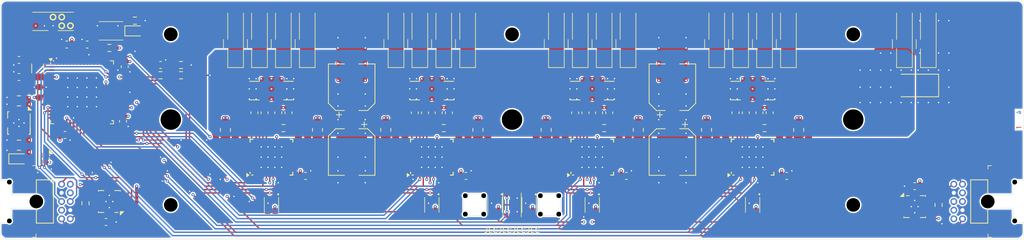
<source format=kicad_pcb>
(kicad_pcb (version 20241229) (generator "pcbnew") (generator_version "9.0")
  (title_block (date "2025-11-30") (rev "3"))
  (layers (0 "F.Cu" signal "Front") (4 "In1.Cu" power) (6 "In2.Cu" power) (2 "B.Cu" signal "Back") (13 "F.Paste" user) (5 "F.SilkS" user "F.Silkscreen") (1 "F.Mask" user) (3 "B.Mask" user) (25 "Edge.Cuts" user))
  (property "Order-Number" "JLCJLCJLCJLC")
  (net 0 "")
  (net 1 "GND")
  (net 2 "Net-(U201-CPO)")
  (net 3 "+3V3")
  (net 4 "/LED-onboard")
  (net 5 "/LED-Button")
  (net 6 "/VDDCORE")
  (net 7 "/USB+")
  (net 8 "+5V")
  (net 9 "/XIN32")
  (net 10 "/USB-")
  (net 11 "/SWDIO")
  (net 12 "/XOUT32")
  (net 13 "/SWCLK")
  (net 14 "/RESET")
  (net 15 "/Button")
  (net 16 "/Voltage-Sense")
  (net 17 "Net-(D101-K)")
  (net 18 "Net-(D102-OUT)")
  (net 19 "/LED1")
  (net 20 "Net-(U201-CPI)")
  (net 21 "Net-(U201-VCP)")
  (net 22 "/Plug-TX")
  (net 23 "/Stepper-1/LDO-5V")
  (net 24 "Net-(U301-CPO)")
  (net 25 "Net-(U301-VCP)")
  (net 26 "/Stepper-2/LDO-5V")
  (net 27 "Net-(U401-CPO)")
  (net 28 "Net-(U401-CPI)")
  (net 29 "Net-(U401-VCP)")
  (net 31 "/Stepper-3/LDO-5V")
  (net 32 "Net-(U501-CPI)")
  (net 35 "/Plug-RX")
  (net 36 "/Socket-TX")
  (net 37 "/Socket-RX")
  (net 39 "/Link Plug/TX-Z")
  (net 40 "/Link Plug/TX-Y")
  (net 41 "/Link Plug/RX-A")
  (net 42 "Net-(U501-VCP)")
  (net 43 "/Link Plug/RX-B")
  (net 48 "/Socket-TX-Enable")
  (net 49 "/Plug-TX-Enable")
  (net 51 "/Stepper-4/LDO-5V")
  (net 60 "/Stepper-1/Sense-A")
  (net 62 "/Link Socket/TX-Z")
  (net 63 "/Link Socket/TX-Y")
  (net 65 "/Link Socket/RX-A")
  (net 66 "/Link Socket/RX-B")
  (net 70 "/Stepper-1/LED-Out")
  (net 71 "/Stepper-1/Sense-B")
  (net 72 "/Stepper-2/LED-Out")
  (net 73 "/Stepper-3/LED-Out")
  (net 74 "/Stepper-1/Out-A1")
  (net 75 "+24V")
  (net 76 "Net-(U201-VCC)")
  (net 77 "/Stepper-2/Sense-A")
  (net 79 "/Stepper-2/Sense-B")
  (net 81 "/Stepper-3/Sense-A")
  (net 82 "/Stepper-3/Sense-B")
  (net 83 "/Stepper-4/Sense-A")
  (net 84 "/Stepper-4/Sense-B")
  (net 86 "/CS-4")
  (net 87 "/Step-1")
  (net 90 "/Stepper-1/Out-A2")
  (net 94 "/CS-1")
  (net 97 "/Stepper-1/Out-B1")
  (net 98 "/Stepper-1/Out-B2")
  (net 99 "/MISO")
  (net 101 "/Enable")
  (net 104 "/CS-2")
  (net 105 "Net-(U301-VCC)")
  (net 106 "/Step-2")
  (net 109 "/CLK")
  (net 111 "/MOSI")
  (net 115 "Net-(U401-VCC)")
  (net 116 "/CS-3")
  (net 120 "/Stepper-2/Out-A1")
  (net 121 "/Step-3")
  (net 123 "/Stepper-2/Out-A2")
  (net 125 "Net-(U501-VCC)")
  (net 126 "/Stepper-2/Out-B1")
  (net 128 "/Step-4")
  (net 130 "/Stepper-2/Out-B2")
  (net 134 "/Stepper-3/Out-A1")
  (net 136 "/Stepper-3/Out-A2")
  (net 138 "/Stepper-3/Out-B1")
  (net 141 "/Stepper-3/Out-B2")
  (net 146 "/Stepper-4/Out-A1")
  (net 147 "/Stepper-4/Out-A2")
  (net 149 "/Stepper-4/Out-B1")
  (net 152 "/Stepper-4/Out-B2")
  (net 157 "Net-(R101-Pad2)")
  (net 159 "Net-(U301-CPI)")
  (net 160 "Net-(U501-CPO)")
  (footprint "Capacitor_SMD:C_1210_3225Metric" (layer "F.Cu") (at 114.25 93.25)
    (property "Reference" "C204" (hide yes))
    (property "Value" "10u" (hide yes))
  )
  (footprint "V2_Artwork:Plus_Small" (layer "F.Cu") (at 206.75 82.75)
    (property "Reference" "ICON101" (hide yes))
    (property "Value" "Plus" (hide yes))
  )
  (footprint "Capacitor_SMD:C_0603_1608Metric" (layer "F.Cu") (at 114.25 96.5 90)
    (property "Reference" "C207" (hide yes))
    (property "Value" "0u1" (hide yes))
  )
  (footprint "V2_Artwork:Arrow_In" (layer "F.Cu") (at 80.5 113.5)
    (property "Reference" "ICON102" (hide yes))
    (property "Value" "Arrow_In" (hide yes))
  )
  (footprint "V2_Button_Switch_SMD:SKSG" (layer "F.Cu") (at 152 110 -90)
    (property "Reference" "SW102" (hide yes))
    (property "Value" "SW_Push" (hide yes))
  )
  (footprint "Capacitor_SMD:C_1210_3225Metric" (layer "F.Cu") (at 184.75 93.25)
    (property "Reference" "C504" (hide yes))
    (property "Value" "10u" (hide yes))
  )
  (footprint "V2_Connector_Header_1.27mm:PinHeader_2x05_P1.27mm_Horizontal" (layer "F.Cu") (at 218 109.5 -90)
    (property "Reference" "J2001" (hide yes))
    (property "Value" "2x05_Horizontal" (hide yes))
  )
  (footprint "V2_Connector_WAGO:2065-100" (layer "F.Cu") (at 135 86 -90)
    (property "Reference" "J301" (hide yes))
    (property "Value" "Conn_01x01" (hide yes))
  )
  (footprint "V2_Connector_WAGO:2065-100" (layer "F.Cu") (at 138.5 86 -90)
    (property "Reference" "J302" (hide yes))
    (property "Value" "Conn_01x01" (hide yes))
  )
  (footprint "V2_Production:Layer_Numbers" (layer "F.Cu") (at 226.25 97.5 90)
    (property "Reference" "INFO101" (hide yes))
    (property "Value" "Layer_Numbers" (hide yes))
  )
  (footprint "Capacitor_SMD:C_1210_3225Metric" (layer "F.Cu") (at 161.25 93.25)
    (property "Reference" "C404" (hide yes))
    (property "Value" "10u" (hide yes))
  )
  (footprint "Capacitor_SMD:CP_Elec_6.3x5.8" (layer "F.Cu") (at 128.5 102.25 -90)
    (property "Reference" "C302" (hide yes))
    (property "Value" "47u" (hide yes))
  )
  (footprint "V2_Package_SON:VSON-8-1_3x3mm_P0.65_EP1.65x2.4mm" (layer "F.Cu") (at 79.75 98 -90)
    (property "Reference" "U102" (hide yes))
    (property "Value" "TPS78433QWDRBRQ1" (hide yes))
  )
  (footprint "Capacitor_SMD:C_0603_1608Metric" (layer "F.Cu") (at 145.25 105.75)
    (property "Reference" "C301" (hide yes))
    (property "Value" "0u1" (hide yes))
  )
  (footprint "V2_Package_DFN_QFN:QFN-64-1EP_9x9mm_P0.5mm_EP4.8x4.8mm_ThermalVias" (layer "F.Cu") (at 89 93.5)
    (property "Reference" "U101" (hide yes))
    (property "Value" "ATSAMD51J" (hide yes))
  )
  (footprint "Capacitor_SMD:C_1210_3225Metric" (layer "F.Cu") (at 142.75 93.25 180)
    (property "Reference" "C303" (hide yes))
    (property "Value" "10u" (hide yes))
  )
  (footprint "V2_Fiducial:Fiducial_0.5mm_Mask1mm_Paste" (layer "F.Cu") (at 226 114)
    (property "Reference" "FID103" (hide yes))
    (property "Value" "Fiducial" (hide yes))
  )
  (footprint "Capacitor_SMD:C_0603_1608Metric" (layer "F.Cu") (at 86.5 99.75)
    (property "Reference" "C106" (hide yes))
    (property "Value" "0u1" (hide yes))
  )
  (footprint "Capacitor_SMD:C_0603_1608Metric" (layer "F.Cu") (at 79.75 91.25 180)
    (property "Reference" "C108" (hide yes))
    (property "Value" "18p" (hide yes))
  )
  (footprint "V2_Package_SON:VSON-10-4-1EP_3x3mm_P0.5mm_EP1.65x2.4mm_ThermalVias" (layer "F.Cu") (at 211 110.25)
    (property "Reference" "U2001" (hide yes))
    (property "Value" "THVD24x2" (hide yes))
  )
  (footprint "V2_Mechanical:MountingHole_2mm" (layer "F.Cu") (at 152 85)
    (property "Reference" "H108" (hide yes))
    (property "Value" "MountingHole_2mm" (hide yes))
  )
  (footprint "V2_LED:WS2812-2020" (layer "F.Cu") (at 149.5 110 90)
    (property "Reference" "D102" (hide yes))
    (property "Value" "WS2812" (hide yes))
  )
  (footprint "Capacitor_SMD:C_0603_1608Metric" (layer "F.Cu") (at 184.75 96.5 90)
    (property "Reference" "C507" (hide yes))
    (property "Value" "0u1" (hide yes))
  )
  (footprint "Capacitor_SMD:C_0603_1608Metric" (layer "F.Cu") (at 95 97.75 -90)
    (property "Reference" "C105" (hide yes))
    (property "Value" "0u1" (hide yes))
  )
  (footprint "V2_Fiducial:Fiducial_0.5mm_Mask1mm_Paste" (layer "F.Cu") (at 78 114)
    (property "Reference" "FID101" (hide yes))
    (property "Value" "Fiducial" (hide yes))
  )
  (footprint "V2_Connector_WAGO:2065-100" (layer "F.Cu") (at 115 86 -90)
    (property "Reference" "J202" (hide yes))
    (property "Value" "Conn_01x01" (hide yes))
  )
  (footprint "V2_Cortex_Debug:Cortex_Debug_Pad" (layer "F.Cu") (at 84.75 83.75 180)
    (property "Reference" "J103" (hide yes))
    (property "Value" "CORTEX-DEBUG" (hide yes))
  )
  (footprint "V2_Mechanical:MountingHole_2mm" (layer "F.Cu") (at 202 85)
    (property "Reference" "H105" (hide yes))
    (property "Value" "MountingHole_2mm" (hide yes))
  )
  (footprint "V2_Artwork:Arrow_Out" (layer "F.Cu") (at 223.5 113.5)
    (property "Reference" "ICON103" (hide yes))
    (property "Value" "Arrow_Out" (hide yes))
  )
  (footprint "Resistor_SMD:R_0603_1608Metric" (layer "F.Cu") (at 100.5 91 180)
    (property "Reference" "R102" (hide yes))
    (property "Value" "10k" (hide yes))
  )
  (footprint "V2_Mechanical:MountingHole_2mm" (layer "F.Cu") (at 102 110)
    (property "Reference" "H103" (hide yes))
    (property "Value" "MountingHole_2mm" (hide yes))
  )
  (footprint "Capacitor_SMD:C_0603_1608Metric" (layer "F.Cu") (at 141.25 96.5 90)
    (property "Reference" "C306" (hide yes))
    (property "Value" "0u470" (hide yes))
  )
  (footprint "V2_Driver_Stepper:QFN36-5X6" (layer "F.Cu") (at 163.75 103 90)
    (property "Reference" "U401" (hide yes))
    (property "Value" "TMC2130-LA" (hide yes))
  )
  (footprint "Capacitor_SMD:C_0603_1608Metric" (layer "F.Cu") (at 82.75 93.5 90)
    (property "Reference" "C102" (hide yes))
    (property "Value" "0u1" (hide yes))
  )
  (footprint "V2_Production:Order_Number" (layer "F.Cu") (at 152 113.75)
    (property "Reference" "INFO102" (hide yes))
    (property "Value" "ORDER-NUMBER" (hide yes))
  )
  (footprint "V2_Connector_WAGO:2065-100" (layer "F.Cu") (at 142 86 -90)
    (property "Reference" "J304" (hide yes))
    (property "Value" "Conn_01x01" (hide yes))
  )
  (footprint "Capacitor_SMD:C_1210_3225Metric" (layer "F.Cu") (at 119.25 93.25 180)
    (property "Reference" "C203" (hide yes))
    (property "Value" "10u" (hide yes))
  )
  (footprint "V2_Artwork:Logo_Small" (layer "F.Cu") (at 223.5 83.25)
    (property "Reference" "ICON104" (hide yes))
    (property "Value" "V2-logo" (hide yes))
  )
  (footprint "Capacitor_SMD:C_0603_1608Metric" (layer "F.Cu") (at 95.25 89.75 -90)
    (property "Reference" "C104" (hide yes))
    (property "Value" "0u1" (hide yes))
  )
  (footprint "Capacitor_SMD:C_0603_1608Metric" (layer "F.Cu") (at 92.5 112.5)
    (property "Reference" "C1901" (hide yes))
    (property "Value" "0u1" (hide yes))
  )
  (footprint "V2_Connector_WAGO:2065-100" (layer "F.Cu") (at 182 86 -90)
    (property "Reference" "J501" (hide yes))
    (property "Value" "Conn_01x01" (hide yes))
  )
  (footprint "Capacitor_SMD:C_0603_1608Metric" (layer "F.Cu") (at 119.25 96.5 90)
    (property "Reference" "C205" (hide yes))
    (property "Value" "4u7" (hide yes))
  )
  (footprint "V2_Button_Switch_SMD:SKSG" (layer "F.Cu") (at 93.25 84.5)
    (property "Reference" "SW101" (hide yes))
    (property "Value" "SW_Push" (hide yes))
  )
  (footprint "V2_Driver_Stepper:QFN36-5X6" (layer "F.Cu") (at 116.75 103 90)
    (property "Reference" "U201" (hide yes))
    (property "Value" "TMC2130-LA" (hide yes))
  )
  (footprint "Capacitor_SMD:C_0603_1608Metric" (layer "F.Cu") (at 79.75 88.75 180)
    (property "Reference" "C107" (hide yes))
    (property "Value" "18p" (hide yes))
  )
  (footprint "Capacitor_SMD:C_0603_1608Metric" (layer "F.Cu") (at 188.25 96.5 90)
    (property "Reference" "C506" (hide yes))
    (property "Value" "0u470" (hide yes))
  )
  (footprint "V2_Connector_WAGO:2065-100" (layer "F.Cu") (at 122 86 -90)
    (property "Reference" "J203" (hide yes))
    (property "Value" "Conn_01x01" (hide yes))
  )
  (footprint "Resistor_SMD:R_0603_1608Metric" (layer "F.Cu") (at 165.5 98.75 180)
    (property "Reference" "R401" (hide yes))
    (property "Value" "2R2" (hide yes))
  )
  (footprint "Capacitor_SMD:C_0805_2012Metric" (layer "F.Cu") (at 79.75 94.75 180)
    (property "Reference" "C111" (hide yes))
    (property "Value" "10u" (hide yes))
  )
  (footprint "V2_Mechanical:MountingHole_3mm" (layer "F.Cu") (at 102 97.5)
    (property "Reference" "H104" (hide yes))
    (property "Value" "MountingHole_3mm" (hide yes))
  )
  (footprint "V2_Connector_WAGO:2065-100" (layer "F.Cu") (at 111.5 86 -90)
    (property "Reference" "J201" (hide yes))
    (property "Value" "Conn_01x01" (hide yes))
  )
  (footprint "V2_Driver_Stepper:QFN36-5X6" (layer "F.Cu") (at 187.25 103 90)
    (property "Reference" "U501" (hide yes))
    (property "Value" "TMC2130-LA" (hide yes))
  )
  (footprint "V2_Connector_WAGO:2065-100" (layer "F.Cu") (at 185.5 86 -90)
    (property "Reference" "J502" (hide yes))
    (property "Value" "Conn_01x01" (hide yes))
  )
  (footprint "Resistor_SMD:R_0603_1608Metric" (layer "F.Cu") (at 93 87 180)
    (property "Reference" "R105" (hide yes))
    (property "Value" "100k" (hide yes))
  )
  (footprint "Capacitor_SMD:C_0603_1608Metric" (layer "F.Cu") (at 100.5 89.5)
    (property "Reference" "C109" (hide yes))
    (property "Value" "0u1" (hide yes))
  )
  (footprint "Resistor_SMD:R_0805_2012Metric" (layer "F.Cu") (at 110 99 90)
    (property "Reference" "R202" (hide yes))
    (property "Value" "0R11" (hide yes))
  )
  (footprint "Capacitor_SMD:C_0603_1608Metric" (layer "F.Cu") (at 117.75 96.5 90)
    (property "Reference" "C206" (hide yes))
    (property "Value" "0u470" (hide yes))
  )
  (footprint "Capacitor_SMD:C_0603_1608Metric" (layer "F.Cu") (at 161.25 96.5 90)
    (property "Reference" "C407" (hide yes))
    (property "Value" "0u1" (hide yes))
  )
  (footprint "V2_Mechanical:MountingHole_3mm" (layer "F.Cu") (at 152 97.5)
    (property "Reference" "H106" (hide yes))
    (property "Value" "MountingHole_3mm" (hide yes))
  )
  (footprint "V2_PCB_Devices:PCB_Plug_Horizontal" (layer "F.Cu") (at 86 109.5 90)
    (property "Reference" "PLUG101" (hide yes))
    (property "Value" "PCB_Plug_Horizontal" (hide yes))
    (fp_line (start -3.1 -8.85) (end -3.1 -7.4) (stroke (width 0.05)) (layer "Edge.Cuts"))
    (fp_line (start 3.1 -7.4) (end 3.1 -8.85) (stroke (width 0.05)) (layer "Edge.Cuts"))
    (fp_line (start 1.15 -7.4) (end 3.1 -7.4) (stroke (width 0.05)) (layer "Edge.Cuts"))
    (fp_line (start -3.1 -7.4) (end -1.15 -7.4) (stroke (width 0.05)) (layer "Edge.Cuts"))
    (fp_line (start -1 -7.25) (end -1 -3.7) (stroke (width 0.05)) (layer "Edge.Cuts"))
    (fp_line (start 1 -3.7) (end 1 -7.25) (stroke (width 0.05)) (layer "Edge.Cuts"))
    (fp_line (start -1 -3.7) (end 1 -3.7) (stroke (width 0.05)) (layer "Edge.Cuts"))
    (fp_arc (start -3.25 -9) (mid -3.143934 -8.956066) (end -3.1 -8.85) (stroke (width 0.05)) (layer "Edge.Cuts"))
    (fp_arc (start 3.1 -8.85) (mid 3.143934 -8.956066) (end 3.25 -9) (stroke (width 0.05)) (layer "Edge.Cuts"))
    (fp_arc (start -1.15 -7.4) (mid -1.043934 -7.356066) (end -1 -7.25) (stroke (width 0.05)) (layer "Edge.Cuts"))
    (fp_arc (start 1 -7.25) (mid 1.043934 -7.356066) (end 1.15 -7.4) (stroke (width 0.05)) (layer "Edge.Cuts"))
  )
  (footprint "V2_Mechanical:MountingHole_2mm" (layer "F.Cu") (at 102 85)
    (property "Reference" "H101" (hide yes))
    (property "Value" "MountingHole_2mm" (hide yes))
  )
  (footprint "Capacitor_SMD:CP_Elec_6.3x5.8" (layer "F.Cu") (at 175.5 92.75 90)
    (property "Reference" "C402" (hide yes))
    (property "Value" "47u" (hide yes))
  )
  (footprint "V2_Connector_WAGO:2065-100" (layer "F.Cu") (at 145.5 86 -90)
    (property "Reference" "J303" (hide yes))
    (property "Value" "Conn_01x01" (hide yes))
  )
  (footprint "V2_LED:WS2812-2020" (layer "F.Cu") (at 116.75 110 90)
    (property "Reference" "D201" (hide yes))
    (property "Value" "WS2812" (hide yes))
  )
  (footprint "Capacitor_SMD:C_0603_1608Metric" (layer "F.Cu") (at 89.75 86.5 180)
    (property "Reference" "C101" (hide yes))
    (property "Value" "10u" (hide yes))
  )
  (footprint "Resistor_SMD:R_0805_2012Metric" (layer "F.Cu") (at 157 99 90)
    (property "Reference" "R402" (hide yes))
    (property "Value" "0R11" (hide yes))
  )
  (footprint "Capacitor_SMD:C_0603_1608Metric" (layer "F.Cu") (at 164.75 96.5 90)
    (property "Reference" "C406" (hide yes))
    (property "Value" "0u470" (hide yes))
  )
  (footprint "V2_LED:WS2812-2020" (layer "F.Cu") (at 140.25 110 90)
    (property "Reference" "D301" (hide yes))
    (property "Value" "WS2812" (hide yes))
  )
  (footprint "Capacitor_SMD:C_1210_3225Metric" (layer "F.Cu") (at 189.75 93.25 180)
    (property "Reference" "C503" (hide yes))
    (property "Value" "10u" (hide yes))
  )
  (footprint "Diode_SMD:D_0603_1608Metric" (layer "F.Cu") (at 79.75 103.25)
    (property "Reference" "TVS102" (hide yes))
    (property "Value" "CG0603MLC-05LE" (hide yes))
  )
  (footprint "V2_Connector_WAGO:2065-100" (layer "F.Cu") (at 158.5 86 -90)
    (property "Reference" "J401" (hide yes))
    (property "Value" "Conn_01x01" (hide yes))
  )
  (footprint "Resistor_SMD:R_0603_1608Metric" (layer "F.Cu") (at 118.5 98.75 180)
    (property "Reference" "R201" (hide yes))
    (property "Value" "2R2" (hide yes))
  )
  (footprint "V2_Driver_Stepper:QFN36-5X6" (layer "F.Cu") (at 140.25 103 90)
    (property "Reference" "U301" (hide yes))
    (property "Value" "TMC2130-LA" (hide yes))
  )
  (footprint "Capacitor_SMD:C_0603_1608Metric" (layer "F.Cu") (at 115.75 96.5 -90)
    (property "Reference" "C208" (hide yes))
    (property "Value" "0u022" (hide yes))
  )
  (footprint "Capacitor_SMD:C_0603_1608Metric" (layer "F.Cu") (at 142.75 96.5 90)
    (property "Reference" "C305" (hide yes))
    (property "Value" "4u7" (hide yes))
  )
  (footprint "Diode_SMD:D_SMA" (layer "F.Cu") (at 211 92.5 180)
    (property "Reference" "TVS101" (hide yes))
    (property "Value" "SMAJ36CA" (hide yes))
  )
  (footprint "Resistor_SMD:R_0603_1608Metric" (layer "F.Cu") (at 103.5 89.5)
    (property "Reference" "R103" (hide yes))
    (property "Value" "10k" (hide yes))
  )
  (footprint "Capacitor_SMD:C_0603_1608Metric" (layer "F.Cu") (at 211 107.25 180)
    (property "Reference" "C2001" (hide yes))
    (property "Value" "0u1" (hide yes))
  )
  (footprint "V2_Artwork:Board_step_Small" (layer "F.Cu") (at 223 101.75)
    (property "Reference" "ICON105" (hide yes))
    (property "Value" "Board_step" (hide yes))
  )
  (footprint "V2_Connector_WAGO:2065-100" (layer "F.Cu") (at 169 86 -90)
    (property "Reference" "J403" (hide yes))
    (property "Value" "Conn_01x01" (hide yes))
  )
  (footprint "V2_Connector_WAGO:2065-100" (layer "F.Cu") (at 162 86 -90)
    (property "Reference" "J402" (hide yes))
    (property "Value" "Conn_01x01" (hide yes))
  )
  (footprint "Capacitor_SMD:C_1210_3225Metric" (layer "F.Cu") (at 166.25 93.25 180)
    (property "Reference" "C403" (hide yes))
    (property "Value" "10u" (hide yes))
  )
  (footprint "Capacitor_SMD:C_0603_1608Metric" (layer "F.Cu") (at 186.25 96.5 -90)
    (property "Reference" "C508" (hide yes))
    (property "Value" "0u022" (hide yes))
  )
  (footprint "V2_Connector_Header_1.27mm:PinHeader_2x05_P1.27mm_Horizontal" (layer "F.Cu") (at 86 109.5 90)
    (property "Reference" "J1901" (hide yes))
    (property "Value" "2x05_Horizontal" (hide yes))
  )
  (footprint "Capacitor_SMD:C_0603_1608Metric" (layer "F.Cu") (at 189.75 96.5 90)
    (property "Reference" "C505" (hide yes))
    (property "Value" "4u7" (hide yes))
  )
  (footprint "Capacitor_SMD:CP_Elec_6.3x5.8" (layer "F.Cu") (at 175.5 102.25 -90)
    (property "Reference" "C502" (hide yes))
    (property "Value" "47u" (hide yes))
  )
  (footprint "V2_LED:WS2812-2020" (layer "F.Cu") (at 154.5 110 90)
    (property "Reference" "D103" (hide yes))
    (property "Value" "WS2812" (hide yes))
  )
  (footprint "Resistor_SMD:R_0603_1608Metric" (layer "F.Cu") (at 96.75 83)
    (property "Reference" "R104" (hide yes))
    (property "Value" "330R" (hide yes))
  )
  (footprint "Capacitor_SMD:C_0603_1608Metric" (layer "F.Cu") (at 139.25 96.5 -90)
    (property "Reference" "C308" (hide yes))
    (property "Value" "0u022" (hide yes))
  )
  (footprint "Capacitor_SMD:C_0603_1608Metric" (layer "F.Cu") (at 166.25 96.5 90)
    (property "Reference" "C405" (hide yes))
    (property "Value" "4u7" (hide yes))
  )
  (footprint "Resistor_SMD:R_0603_1608Metric" (layer "F.Cu") (at 142 98.75 180)
    (property "Reference" "R301" (hide yes))
    (property "Value" "2R2" (hide yes))
  )
  (footprint "V2_Package_SON:VSON-10-4-1EP_3x3mm_P0.5mm_EP1.65x2.4mm_ThermalVias" (layer "F.Cu") (at 93 109.5 180)
    (property "Reference" "U1901" (hide yes))
    (property "Value" "THVD24x2" (hide yes))
  )
  (footprint "V2_Connector_WAGO:2065-100" (layer "F.Cu") (at 118.5 86 -90)
    (property "Reference" "J204" (hide yes))
    (property "Value" "Conn_01x01" (hide yes))
  )
  (footprint "Capacitor_SMD:C_0603_1608Metric" (layer "F.Cu") (at 192.25 105.75)
    (property "Reference" "C501" (hide yes))
    (property "Value" "0u1" (hide yes))
  )
  (footprint "Resistor_SMD:R_0805_2012Metric" (layer "F.Cu") (at 180.5 99 90)
    (property "Reference" "R502" (hide yes))
    (property "Value" "0R11" (hide yes))
  )
  (footprint "Resistor_SMD:R_0805_2012Metric" (layer "F.Cu") (at 147 99 90)
    (property "Reference" "R303" (hide yes))
    (property "Value" "0R11" (hide yes))
  )
  (footprint "V2_PCB_Devices:PCB_Plug_Horizontal" (layer "F.Cu") (at 218 109.5 -90)
    (property "Reference" "PLUG102" (hide yes))
    (property "Value" "PCB_Plug_Horizontal" (hide yes))
    (fp_line (start -1 -3.7) (end 1 -3.7) (stroke (width 0.05)) (layer "Edge.Cuts"))
    (fp_line (start 1 -3.7) (end 1 -7.25) (stroke (width 0.05)) (layer "Edge.Cuts"))
    (fp_line (start -1 -7.25) (end -1 -3.7) (stroke (width 0.05)) (layer "Edge.Cuts"))
    (fp_line (start -3.1 -7.4) (end -1.15 -7.4) (stroke (width 0.05)) (layer "Edge.Cuts"))
    (fp_line (start 1.15 -7.4) (end 3.1 -7.4) (stroke (width 0.05)) (layer "Edge.Cuts"))
    (fp_line (start 3.1 -7.4) (end 3.1 -8.85) (stroke (width 0.05)) (layer "Edge.Cuts"))
    (fp_line (start -3.1 -8.85) (end -3.1 -7.4) (stroke (width 0.05)) (layer "Edge.Cuts"))
    (fp_arc (start 1 -7.25) (mid 1.043934 -7.356066) (end 1.15 -7.4) (stroke (width 0.05)) (layer "Edge.Cuts"))
    (fp_arc (start -1.15 -7.4) (mid -1.043934 -7.356066) (end -1 -7.25) (stroke (width 0.05)) (layer "Edge.Cuts"))
    (fp_arc (start 3.1 -8.85) (mid 3.143934 -8.956066) (end 3.25 -9) (stroke (width 0.05)) (layer "Edge.Cuts"))
    (fp_arc (start -3.25 -9) (mid -3.143934 -8.956066) (end -3.1 -8.85) (stroke (width 0.05)) (layer "Edge.Cuts"))
  )
  (footprint "Capacitor_SMD:C_0603_1608Metric" (layer "F.Cu") (at 86.75 86.5 180)
    (property "Reference" "C103" (hide yes))
    (property "Value" "0u1" (hide yes))
  )
  (footprint "V2_Crystal:Crystal_SMD_3215-2Pin_3.2x1.5mm" (layer "F.Cu") (at 82.5 90 90)
    (property "Reference" "Y101" (hide yes))
    (property "Value" "32k768" (hide yes))
  )
  (footprint "Resistor_SMD:R_0805_2012Metric" (layer "F.Cu") (at 133.5 99 90)
    (property "Reference" "R302" (hide yes))
    (property "Value" "0R11" (hide yes))
  )
  (footprint "Capacitor_SMD:CP_Elec_6.3x5.8" (layer "F.Cu") (at 128.5 92.75 90)
    (property "Reference" "C202" (hide yes))
    (property "Value" "47u" (hide yes))
  )
  (footprint "V2_Connector_WAGO:2065-100" (layer "F.Cu") (at 165.5 86 -90)
    (property "Reference" "J404" (hide yes))
    (property "Value" "Conn_01x01" (hide yes))
  )
  (footprint "V2_Mechanical:MountingHole_2mm" (layer "F.Cu") (at 202 110)
    (property "Reference" "H107" (hide yes))
    (property "Value" "MountingHole_2mm" (hide yes))
  )
  (footprint "Resistor_SMD:R_0805_2012Metric" (layer "F.Cu") (at 194 99 90)
    (property "Reference" "R503" (hide yes))
    (property "Value" "0R11" (hide yes))
  )
  (footprint "V2_LED:WS2812-2020" (layer "F.Cu") (at 163.75 110 90)
    (property "Reference" "D401" (hide yes))
    (property "Value" "WS2812" (hide yes))
  )
  (footprint "Resistor_SMD:R_0805_2012Metric" (layer "F.Cu") (at 123.5 99 90)
    (property "Reference" "R203" (hide yes))
    (property "Value" "0R11" (hide yes))
  )
  (footprint "LED_SMD:LED_0603_1608Metric" (layer "F.Cu") (at 96.75 84.5)
    (property "Reference" "D101" (hide yes))
    (property "Value" "Orange" (hide yes))
  )
  (footprint "V2_PCB_Devices:PCB_Button-bottom" (layer "F.Cu") (at 152 110 90)
    (property "Reference" "SWB101" (hide yes))
    (property "Value" "Button-bottom" (hide yes))
    (fp_line (start 1.6 -7.1) (end -1.6 -7.1) (stroke (width 0.05)) (layer "Edge.Cuts"))
    (fp_line (start -1.6 -7.1) (end -1.6 -3.9) (stroke (width 0.05)) (layer "Edge.Cuts"))
    (fp_line (start 1.6 -3.9) (end 1.6 -7.1) (stroke (width 0.05)) (layer "Edge.Cuts"))
    (fp_line (start -1.6 -3.9) (end 1.6 -3.9) (stroke (width 0.05)) (layer "Edge.Cuts"))
    (fp_line (start 1.6 3.9) (end -1.6 3.9) (stroke (width 0.05)) (layer "Edge.Cuts"))
    (fp_line (start -1.6 3.9) (end -1.6 7.1) (stroke (width 0.05)) (layer "Edge.Cuts"))
    (fp_line (start 1.6 7.1) (end 1.6 3.9) (stroke (width 0.05)) (layer "Edge.Cuts"))
    (fp_line (start -1.6 7.1) (end 1.6 7.1) (stroke (width 0.05)) (layer "Edge.Cuts"))
  )
  (footprint "Resistor_SMD:R_0603_1608Metric" (layer "F.Cu") (at 214.5 110 -90)
    (property "Reference" "R2001" (hide yes))
    (property "Value" "100R" (hide yes))
  )
  (footprint "Capacitor_SMD:C_0603_1608Metric" (layer "F.Cu") (at 121.75 105.75)
    (property "Reference" "C201" (hide yes))
    (property "Value" "0u1" (hide yes))
  )
  (footprint "Capacitor_SMD:C_0805_2012Metric" (layer "F.Cu") (at 79.75 101.25 180)
    (property "Reference" "C110" (hide yes))
    (property "Value" "10u" (hide yes))
  )
  (footprint "Resistor_SMD:R_0603_1608Metric" (layer "F.Cu") (at 189 98.75 180)
    (property "Reference" "R501" (hide yes))
    (property "Value" "2R2" (hide yes))
  )
  (footprint "Resistor_SMD:R_0603_1608Metric" (layer "F.Cu") (at 103.5 91 180)
    (property "Reference" "R101" (hide yes))
    (property "Value" "100k" (hide yes))
  )
  (footprint "V2_ESD_Suppressor:SLP1210N6" (layer "F.Cu") (at 83.5 103.25 -90)
    (property "Reference" "ESD101" (hide yes))
    (property "Value" "RCLAMP0582N" (hide yes))
  )
  (footprint "Resistor_SMD:R_0603_1608Metric" (layer "F.Cu") (at 89.5 109.75 90)
    (property "Reference" "R1901" (hide yes))
    (property "Value" "100R" (hide yes))
  )
  (footprint "Resistor_SMD:R_0805_2012Metric" (layer "F.Cu") (at 170.5 99 90)
    (property "Reference" "R403" (hide yes))
    (property "Value" "0R11" (hide yes))
  )
  (footprint "V2_Fiducial:Fiducial_0.5mm_Mask1mm_Paste" (layer "F.Cu") (at 78 81)
    (property "Reference" "FID102" (hide yes))
    (property "Value" "Fiducial" (hide yes))
  )
  (footprint "Capacitor_SMD:C_1210_3225Metric" (layer "F.Cu") (at 137.75 93.25)
    (property "Reference" "C304" (hide yes))
    (property "Value" "10u" (hide yes))
  )
  (footprint "V2_Connector_WAGO:2065-100" (layer "F.Cu") (at 213 86 -90)
    (property "Reference" "J102" (hide yes))
    (property "Value" "Conn_01x01" (hide yes))
  )
  (footprint "Capacitor_SMD:C_0603_1608Metric" (layer "F.Cu") (at 168.75 105.75)
    (property "Reference" "C401" (hide yes))
    (property "Value" "0u1" (hide yes))
  )
  (footprint "Capacitor_SMD:C_0603_1608Metric" (layer "F.Cu") (at 137.75 96.5 90)
    (property "Reference" "C307" (hide yes))
    (property "Value" "0u1" (hide yes))
  )
  (footprint "V2_Connector_WAGO:2065-100" (layer "F.Cu") (at 209.5 86 -90)
    (property "Reference" "J101" (hide yes))
    (property "Value" "Conn_01x01" (hide yes))
  )
  (footprint "V2_Connector_WAGO:2065-100" (layer "F.Cu") (at 189 86 -90)
    (property "Reference" "J504" (hide yes))
    (property "Value" "Conn_01x01" (hide yes))
  )
  (footprint "V2_Connector_WAGO:2065-100" (layer "F.Cu") (at 192.5 86 -90)
    (property "Reference" "J503" (hide yes))
    (property "Value" "Conn_01x01" (hide yes))
  )
  (footprint "V2_Mechanical:MountingHole_3mm" (layer "F.Cu") (at 202 97.5)
    (property "Reference" "H102" (hide yes))
    (property "Value" "MountingHole_3mm" (hide yes))
  )
  (footprint "Capacitor_SMD:C_0603_1608Metric" (layer "F.Cu") (at 162.75 96.5 -90)
    (property "Reference" "C408" (hide yes))
    (property "Value" "0u022" (hide yes))
  )
  (footprint "V2_LED:WS2812-2020" (layer "F.Cu") (at 187.25 110 90)
    (property "Reference" "D501" (hide yes))
    (property "Value" "WS2812" (hide yes))
  )
  (gr_line (start 77 112.75) (end 77 114) (stroke (width 0.05)) (layer "Edge.Cuts"))
  (gr_line (start 227 112.75) (end 227 114) (stroke (width 0.05)) (layer "Edge.Cuts"))
  (gr_line (start 77 81) (end 77 106.25) (stroke (width 0.05)) (layer "Edge.Cuts"))
  (gr_line (start 78 80) (end 226 80) (stroke (width 0.05)) (layer "Edge.Cuts"))
  (gr_line (start 227 81) (end 227 106.25) (stroke (width 0.05)) (layer "Edge.Cuts"))
  (gr_arc (start 78 115) (mid 77.292893 114.707107) (end 77 114) (stroke (width 0.05)) (layer "Edge.Cuts"))
  (gr_arc (start 227 114) (mid 226.707107 114.707107) (end 226 115) (stroke (width 0.05)) (layer "Edge.Cuts"))
  (gr_arc (start 77 81) (mid 77.292893 80.292893) (end 78 80) (stroke (width 0.05)) (layer "Edge.Cuts"))
  (gr_arc (start 226 80) (mid 226.707107 80.292893) (end 227 81) (stroke (width 0.05)) (layer "Edge.Cuts"))
  (gr_line (start 78 115) (end 226 115) (stroke (width 0.05)) (layer "Edge.Cuts"))
  (segment (start 186.75 109.75) (end 186.75 109.135) (width 0.45) (layer "F.Cu") (net 1))
  (segment (start 210.9 111.25) (end 211 111.15) (width 0.3) (layer "F.Cu") (net 1))
  (segment (start 141.969701 101.280299) (end 141.75 101.5) (width 0.3) (layer "F.Cu") (net 1))
  (segment (start 139.75 109.75) (end 139.75 109.135) (width 0.45) (layer "F.Cu") (net 1))
  (segment (start 94.275 98.525) (end 95 98.525) (width 0.3) (layer "F.Cu") (net 1))
  (segment (start 187 100.5767) (end 187 101.25) (width 0.3) (layer "F.Cu") (net 1))
  (segment (start 185.5 104.25) (end 185.75 104.5) (width 0.3) (layer "F.Cu") (net 1))
  (segment (start 142.75 95.725) (end 142.025 95.725) (width 0.45) (layer "F.Cu") (net 1))
  (segment (start 93.4125 97.6625) (end 94.275 98.525) (width 0.3) (layer "F.Cu") (net 1))
  (segment (start 86.85 92.75) (end 86.9 92.8) (width 0.3) (layer "F.Cu") (net 1))
  (segment (start 169.525 105.025) (end 169.525 105.75) (width 0.45) (layer "F.Cu") (net 1))
  (segment (start 137.3314 104.749999) (end 137.3314 104.25) (width 0.2) (layer "F.Cu") (net 1))
  (segment (start 166.6686 101.250001) (end 166.638302 101.280299) (width 0.3) (layer "F.Cu") (net 1))
  (segment (start 101.25 89.475) (end 101.275 89.5) (width 0.45) (layer "F.Cu") (net 1))
  (segment (start 152.75 111.475) (end 152.8375 111.5625) (width 0.45) (layer "F.Cu") (net 1))
  (segment (start 188.975 95.725) (end 189 95.75) (width 0.45) (layer "F.Cu") (net 1))
  (segment (start 190.138302 101.280299) (end 188.969701 101.280299) (width 0.3) (layer "F.Cu") (net 1))
  (segment (start 137.999999 104.744701) (end 137.999999 105.4233) (width 0.3) (layer "F.Cu") (net 1))
  (segment (start 87.75 99.275) (end 87.275 99.75) (width 0.3) (layer "F.Cu") (net 1))
  (segment (start 169.5 105) (end 169.525 105.025) (width 0.45) (layer "F.Cu") (net 1))
  (segment (start 119.638302 101.280299) (end 118.469701 101.280299) (width 0.3) (layer "F.Cu") (net 1))
  (segment (start 79 88.775) (end 78.975 88.75) (width 0.45) (layer "F.Cu") (net 1))
  (segment (start 94.475 110) (end 93.5 110) (width 0.3) (layer "F.Cu") (net 1))
  (segment (start 152.75 111) (end 152.75 111.475) (width 0.45) (layer "F.Cu") (net 1))
  (segment (start 114.7447 104.5) (end 114.499999 104.744701) (width 0.3) (layer "F.Cu") (net 1))
  (segment (start 163.25 109.75) (end 163.25 109.135) (width 0.45) (layer "F.Cu") (net 1))
  (segment (start 184.3314 104.749999) (end 184.3314 104.25) (width 0.2) (layer "F.Cu") (net 1))
  (segment (start 79 90.5) (end 79 91.225) (width 0.45) (layer "F.Cu") (net 1))
  (segment (start 84.5875 92.75) (end 82.775 92.75) (width 0.3) (layer "F.Cu") (net 1))
  (segment (start 119.6686 101.250001) (end 119.638302 101.280299) (width 0.3) (layer "F.Cu") (net 1))
  (segment (start 154 109.135) (end 153.95 109.085) (width 0.45) (layer "F.Cu") (net 1))
  (segment (start 146.025 105.725) (end 146.05 105.75) (width 0.45) (layer "F.Cu") (net 1))
  (segment (start 189.75 95.725) (end 189.025 95.725) (width 0.45) (layer "F.Cu") (net 1))
  (segment (start 184.999999 105.4233) (end 184.999999 104.744701) (width 0.3) (layer "F.Cu") (net 1))
  (segment (start 193 105.725) (end 193.025 105.75) (width 0.45) (layer "F.Cu") (net 1))
  (segment (start 118.469701 101.280299) (end 118.25 101.5) (width 0.3) (layer "F.Cu") (net 1))
  (segment (start 85.24355 88.497133) (end 85.24355 89.08105) (width 0.3) (layer "F.Cu") (net 1))
  (segment (start 142.025 95.725) (end 142 95.75) (width 0.45) (layer "F.Cu") (net 1))
  (segment (start 86.000671 85.750671) (end 86.000671 86.475) (width 0.45) (layer "F.Cu") (net 1))
  (segment (start 141.975 95.725) (end 142 95.75) (width 0.45) (layer "F.Cu") (net 1))
  (segment (start 146.025 105) (end 146.025 105.725) (width 0.45) (layer "F.Cu") (net 1))
  (segment (start 93.275 112.5) (end 94 112.5) (width 0.45) (layer "F.Cu") (net 1))
  (segment (start 116.25 109.135) (end 116.2 109.085) (width 0.45) (layer "F.Cu") (net 1))
  (segment (start 163.25 109.135) (end 163.2 109.085) (width 0.45) (layer "F.Cu") (net 1))
  (segment (start 94.725 83.75) (end 94.8125 83.6625) (width 0.45) (layer "F.Cu") (net 1))
  (segment (start 118.5 104.25) (end 118.25 104.5) (width 0.3) (layer "F.Cu") (net 1))
  (segment (start 118.475 95.725) (end 118.5 95.75) (width 0.45) (layer "F.Cu") (net 1))
  (segment (start 94.25 83.75) (end 94.725 83.75) (width 0.45) (layer "F.Cu") (net 1))
  (segment (start 95.25 90.525) (end 94.975 90.25) (width 0.3) (layer "F.Cu") (net 1))
  (segment (start 105 89.5) (end 104.325 89.5) (width 0.45) (layer "F.Cu") (net 1))
  (segment (start 211 108.025) (end 210.225 107.25) (width 0.3) (layer "F.Cu") (net 1))
  (segment (start 94.475 108.5) (end 93.1 108.5) (width 0.3) (layer "F.Cu") (net 1))
  (segment (start 96 90.5) (end 95.275 90.5) (width 0.45) (layer "F.Cu") (net 1))
  (segment (start 89 85.75) (end 89 86.475) (width 0.45) (layer "F.Cu") (net 1))
  (segment (start 166.638302 101.280299) (end 165.469701 101.280299) (width 0.3) (layer "F.Cu") (net 1))
  (segment (start 142 104.25) (end 141.75 104.5) (width 0.3) (layer "F.Cu") (net 1))
  (segment (start 184.3314 104.25) (end 185.5 104.25) (width 0.3) (layer "F.Cu") (net 1))
  (segment (start 140 101.25) (end 139.75 101.5) (width 0.3) (layer "F.Cu") (net 1))
  (segment (start 117.75 95.725) (end 118.475 95.725) (width 0.45) (layer "F.Cu") (net 1))
  (segment (start 94.975 90.25) (end 93.4125 90.25) (width 0.3) (layer "F.Cu") (net 1))
  (segment (start 188.969701 101.280299) (end 188.75 101.5) (width 0.3) (layer "F.Cu") (net 1))
  (segment (start 93.1 108.5) (end 93 108.6) (width 0.3) (layer "F.Cu") (net 1))
  (segment (start 98.25 83) (end 97.625 83) (width 0.45) (layer "F.Cu") (net 1))
  (segment (start 186.75 109.135) (end 186.7 109.085) (width 0.45) (layer "F.Cu") (net 1))
  (segment (start 114.499999 104.744701) (end 114.499999 105.4233) (width 0.3) (layer "F.Cu") (net 1))
  (segment (start 138.2447 104.5) (end 137.999999 104.744701) (width 0.3) (layer "F.Cu") (net 1))
  (segment (start 209.525 109.75) (end 210.5 109.75) (width 0.3) (layer "F.Cu") (net 1))
  (segment (start 190.1686 104.25) (end 189 104.25) (width 0.3) (layer "F.Cu") (net 1))
  (segment (start 82.775 92.75) (end 82.75 92.725) (width 0.3) (layer "F.Cu") (net 1))
  (segment (start 165.469701 101.280299) (end 165.25 101.5) (width 0.3) (layer "F.Cu") (net 1))
  (segment (start 141.25 95.725) (end 141.975 95.725) (width 0.45) (layer "F.Cu") (net 1))
  (segment (start 79 91.225) (end 78.975 91.25) (width 0.45) (layer "F.Cu") (net 1))
  (segment (start 140 100.5767) (end 140 101.25) (width 0.3) (layer "F.Cu") (net 1))
  (segment (start 137.3314 104.25) (end 138.5 104.25) (width 0.3) (layer "F.Cu") (net 1))
  (segment (start 87.25 99.775) (end 87.275 99.75) (width 0.45) (layer "F.Cu") (net 1))
  (segment (start 210.5 109.75) (end 211 110.25) (width 0.3) (layer "F.Cu") (net 1))
  (segment (start 166.25 95.725) (end 165.525 95.725) (width 0.45) (layer "F.Cu") (net 1))
  (segment (start 189.025 95.725) (end 189 95.75) (width 0.45) (layer "F.Cu") (net 1))
  (segment (start 163.5 100.5767) (end 163.5 101.25) (width 0.3) (layer "F.Cu") (net 1))
  (segment (start 95.025 98.5) (end 95 98.525) (width 0.45) (layer "F.Cu") (net 1))
  (segment (start 143.1686 101.250001) (end 143.138302 101.280299) (width 0.3) (layer "F.Cu") (net 1))
  (segment (start 188.25 95.725) (end 188.975 95.725) (width 0.45) (layer "F.Cu") (net 1))
  (segment (start 113.8314 104.25) (end 113.8314 104.749999) (width 0.2) (layer "F.Cu") (net 1))
  (segment (start 89 86.5) (end 88.975 86.5) (width 0.3) (layer "F.Cu") (net 1))
  (segment (start 115.25 104.5) (end 114.7447 104.5) (width 0.3) (layer "F.Cu") (net 1))
  (segment (start 143.1686 104.25) (end 142 104.25) (width 0.3) (layer "F.Cu") (net 1))
  (segment (start 82 92.75) (end 82.725 92.75) (width 0.45) (layer "F.Cu") (net 1))
  (segment (start 116.5 101.25) (end 116.25 101.5) (width 0.3) (layer "F.Cu") (net 1))
  (segment (start 90.25 89.0875) (end 90.25 88.25) (width 0.3) (layer "F.Cu") (net 1))
  (segment (start 83.9 102.75) (end 84.25 102.75) (width 0.2) (layer "F.Cu") (net 1))
  (segment (start 193 105) (end 193 105.725) (width 0.45) (layer "F.Cu") (net 1))
  (segment (start 90 87.5) (end 89 86.5) (width 0.3) (layer "F.Cu") (net 1))
  (segment (start 118.525 95.725) (end 118.5 95.75) (width 0.45) (layer "F.Cu") (net 1))
  (segment (start 93.4125 97.25) (end 93.4125 97.6625) (width 0.3) (layer "F.Cu") (net 1))
  (segment (start 95.275 90.5) (end 95.25 90.525) (width 0.45) (layer "F.Cu") (net 1))
  (segment (start 209.52 107.25) (end 210.245 107.25) (width 0.45) (layer "F.Cu") (net 1))
  (segment (start 91.25 83.75) (end 91.6 83.75) (width 0.45) (layer "F.Cu") (net 1))
  (segment (start 160.8314 104.25) (end 160.8314 104.749999) (width 0.2) (layer "F.Cu") (net 1))
  (segment (start 149 109.75) (end 149 109.135) (width 0.45) (layer "F.Cu") (net 1))
  (segment (start 87.75 97.25) (end 87.75 99.275) (width 0.3) (layer "F.Cu") (net 1))
  (segment (start 93 112.225) (end 93.275 112.5) (width 0.45) (layer "F.Cu") (net 1))
  (segment (start 119.25 95.725) (end 118.525 95.725) (width 0.45) (layer "F.Cu") (net 1))
  (segment (start 163.5 101.25) (end 163.25 101.5) (width 0.3) (layer "F.Cu") (net 1))
  (segment (start 95.75 98.5) (end 95.025 98.5) (width 0.45) (layer "F.Cu") (net 1))
  (segment (start 190.1686 101.250001) (end 190.138302 101.280299) (width 0.3) (layer "F.Cu") (net 1))
  (segment (start 162 104.25) (end 162.25 104.5) (width 0.3) (layer "F.Cu") (net 1))
  (segment (start 149 109.135) (end 148.95 109.085) (width 0.45) (layer "F.Cu") (net 1))
  (segment (start 122.5 105.725) (end 122.525 105.75) (width 0.45) (layer "F.Cu") (net 1))
  (segment (start 116.25 109.75) (end 116.25 109.135) (width 0.45) (layer "F.Cu") (net 1))
  (segment (start 161.499999 104.744701) (end 161.7447 104.5) (width 0.3) (layer "F.Cu") (net 1))
  (segment (start 161.7447 104.5) (end 162.25 104.5) (width 0.3) (layer "F.Cu") (net 1))
  (segment (start 164.75 95.725) (end 165.475 95.725) (width 0.45) (layer "F.Cu") (net 1))
  (segment (start 165.525 95.725) (end 165.5 95.75) (width 0.45) (layer "F.Cu") (net 1))
  (segment (start 93 110.4) (end 93 112.225) (width 0.45) (layer "F.Cu") (net 1))
  (segment (start 115 104.25) (end 115.25 104.5) (width 0.3) (layer "F.Cu") (net 1))
  (segment (start 91.6 83.75) (end 91.6875 83.6625) (width 0.45) (layer "F.Cu") (net 1))
  (segment (start 152.75 108.525) (end 152.8375 108.4375) (width 0.45) (layer "F.Cu") (net 1))
  (segment (start 165.475 95.725) (end 165.5 95.75) (width 0.45) (layer "F.Cu") (net 1))
  (segment (start 209.525 111.25) (end 210.9 111.25) (width 0.3) (layer "F.Cu") (net 1))
  (segment (start 143.138302 101.280299) (end 141.969701 101.280299) (width 0.3) (layer "F.Cu") (net 1))
  (segment (start 139.75 109.135) (end 139.7 109.085) (width 0.45) (layer "F.Cu") (net 1))
  (segment (start 152.75 109) (end 152.75 108.525) (width 0.45) (layer "F.Cu") (net 1))
  (segment (start 138.75 104.5) (end 138.2447 104.5) (width 0.3) (layer "F.Cu") (net 1))
  (segment (start 93.5 110) (end 93 109.5) (width 0.3) (layer "F.Cu") (net 1))
  (segment (start 87.25 100.5) (end 87.25 99.775) (width 0.45) (layer "F.Cu") (net 1))
  (segment (start 90.25 88.25) (end 90 88) (width 0.3) (layer "F.Cu") (net 1))
  (segment (start 90 88) (end 90 87.5) (width 0.3) (layer "F.Cu") (net 1))
  (segment (start 189 104.25) (end 188.75 104.5) (width 0.3) (layer "F.Cu") (net 1))
  (segment (start 160.8314 104.25) (end 162 104.25) (width 0.3) (layer "F.Cu") (net 1))
  (segment (start 101.25 88.75) (end 101.25 89.475) (width 0.45) (layer "F.Cu") (net 1))
  (segment (start 185.2447 104.5) (end 185.75 104.5) (width 0.3) (layer "F.Cu") (net 1))
  (segment (start 154 109.75) (end 154 109.135) (width 0.45) (layer "F.Cu") (net 1))
  (segment (start 187 101.25) (end 186.75 101.5) (width 0.3) (layer "F.Cu") (net 1))
  (segment (start 79 89.5) (end 79 88.775) (width 0.45) (layer "F.Cu") (net 1))
  (segment (start 138.5 104.25) (end 138.75 104.5) (width 0.3) (layer "F.Cu") (net 1))
  (segment (start 116.5 100.5767) (end 116.5 101.25) (width 0.3) (layer "F.Cu") (net 1))
  (segment (start 166.6686 104.25) (end 165.5 104.25) (width 0.3) (layer "F.Cu") (net 1))
  (segment (start 82.725 92.75) (end 82.75 92.725) (width 0.45) (layer "F.Cu") (net 1))
  (segment (start 119.6686 104.25) (end 118.5 104.25) (width 0.3) (layer "F.Cu") (net 1))
  (segment (start 122.5 105) (end 122.5 105.725) (width 0.45) (layer "F.Cu") (net 1))
  (segment (start 113.8314 104.25) (end 115 104.25) (width 0.3) (layer "F.Cu") (net 1))
  (segment (start 184.999999 104.744701) (end 185.2447 104.5) (width 0.3) (layer "F.Cu") (net 1))
  (segment (start 161.499999 105.4233) (end 161.499999 104.744701) (width 0.3) (layer "F.Cu") (net 1))
  (segment (start 85.24355 89.08105) (end 85.25 89.0875) (width 0.3) (layer "F.Cu") (net 1))
  (segment (start 211 109.35) (end 211 108.025) (width 0.3) (layer "F.Cu") (net 1))
  (segment (start 165.5 104.25) (end 165.25 104.5) (width 0.3) (layer "F.Cu") (net 1))
  (via (at 133.75 97.25) (size 0.45) (drill 0.2) (layers "F.Cu" "B.Cu") (net 1))
  (via (at 100.75 106.5) (size 0.45) (drill 0.2) (layers "F.Cu" "B.Cu") (net 1))
  (via (at 214.5 95) (size 0.45) (drill 0.2) (layers "F.Cu" "B.Cu") (net 1))
  (via (at 86.000671 85.750671) (size 0.45) (drill 0.2) (layers "F.Cu" "B.Cu") (net 1))
  (via (at 140.25 94.5) (size 0.45) (drill 0.2) (layers "F.Cu" "B.Cu") (net 1))
  (via (at 101.25 88.75) (size 0.45) (drill 0.2) (layers "F.Cu" "B.Cu") (net 1))
  (via (at 173.5 89.25) (size 0.45) (drill 0.2) (layers "F.Cu" "B.Cu") (net 1))
  (via (at 78 95.25) (size 0.45) (drill 0.2) (layers "F.Cu" "B.Cu") (net 1))
  (via (at 79 90.5) (size 0.45) (drill 0.2) (layers "F.Cu" "B.Cu") (net 1))
  (via (at 162.5 111.75) (size 0.45) (drill 0.2) (layers "F.Cu" "B.Cu") (net 1))
  (via (at 96 90.5) (size 0.45) (drill 0.2) (layers "F.Cu" "B.Cu") (net 1))
  (via (at 211.5 95) (size 0.45) (drill 0.2) (layers "F.Cu" "B.Cu") (net 1))
  (via (at 146.75 97.25) (size 0.45) (drill 0.2) (layers "F.Cu" "B.Cu") (net 1))
  (via (at 95.75 98.5) (size 0.45) (drill 0.2) (layers "F.Cu" "B.Cu") (net 1))
  (via (at 115.25 91.5) (size 0.45) (drill 0.2) (layers "F.Cu" "B.Cu") (net 1))
  (via (at 216 92.75) (size 0.45) (drill 0.2) (layers "F.Cu" "B.Cu") (net 1))
  (via (at 188 106.75) (size 0.45) (drill 0.2) (layers "F.Cu" "B.Cu") (net 1))
  (via (at 89 85.75) (size 0.45) (drill 0.2) (layers "F.Cu" "B.Cu") (net 1))
  (via (at 180.25 97.25) (size 0.45) (drill 0.2) (layers "F.Cu" "B.Cu") (net 1))
  (via (at 118.5 95.75) (size 0.45) (drill 0.2) (layers "F.Cu" "B.Cu") (net 1))
  (via (at 213 95) (size 0.45) (drill 0.2) (layers "F.Cu" "B.Cu") (net 1))
  (via (at 189 95.75) (size 0.45) (drill 0.2) (layers "F.Cu" "B.Cu") (net 1))
  (via (at 173.5 106.75) (size 0.45) (drill 0.2) (layers "F.Cu" "B.Cu") (net 1))
  (via (at 146 105) (size 0.45) (drill 0.2) (layers "F.Cu" "B.Cu") (net 1))
  (via (at 87.25 100.5) (size 0.45) (drill 0.2) (layers "F.Cu" "B.Cu") (net 1))
  (via (at 177.5 87) (size 0.45) (drill 0.2) (layers "F.Cu" "B.Cu") (net 1))
  (via (at 87.75 97.25) (size 0.45) (drill 0.2) (layers "F.Cu" "B.Cu") (net 1))
  (via (at 187.25 93) (size 0.45) (drill 0.2) (layers "F.Cu" "B.Cu") (net 1))
  (via (at 78 94.25) (size 0.45) (drill 0.2) (layers "F.Cu" "B.Cu") (net 1))
  (via (at 157.25 97.25) (size 0.45) (drill 0.2) (layers "F.Cu" "B.Cu") (net 1))
  (via (at 216 83) (size 0.45) (drill 0.2) (layers "F.Cu" "B.Cu") (net 1))
  (via (at 117.75 106.75) (size 0.45) (drill 0.2) (layers "F.Cu" "B.Cu") (net 1))
  (via (at 216 95) (size 0.45) (drill 0.2) (layers "F.Cu" "B.Cu") (net 1))
  (via (at 126.5 103) (size 0.45) (drill 0.2) (layers "F.Cu" "B.Cu") (net 1))
  (via (at 94.25 83.75) (size 0.45) (drill 0.2) (layers "F.Cu" "B.Cu") (net 1))
  (via (at 107.25 100.5) (size 0.45) (drill 0.2) (layers "F.Cu" "B.Cu") (net 1))
  (via (at 164.75 106.75) (size 0.45) (drill 0.2) (layers "F.Cu" "B.Cu") (net 1))
  (via (at 84.5 104.75) (size 0.45) (drill 0.2) (layers "F.Cu" "B.Cu") (net 1))
  (via (at 116.25 109.75) (size 0.45) (drill 0.2) (layers "F.Cu" "B.Cu") (net 1))
  (via (at 173.5 91.75) (size 0.45) (drill 0.2) (layers "F.Cu" "B.Cu") (net 1))
  (via (at 111.25 108.75) (size 0.45) (drill 0.2) (layers "F.Cu" "B.Cu") (net 1))
  (via (at 173.5 103) (size 0.45) (drill 0.2) (layers "F.Cu" "B.Cu") (net 1))
  (via (at 173.5 87) (size 0.45) (drill 0.2) (layers "F.Cu" "B.Cu") (net 1))
  (via (at 94.25 90.25) (size 0.45) (drill 0.2) (layers "F.Cu" "B.Cu") (net 1))
  (via (at 177.5 85.5) (size 0.45) (drill 0.2) (layers "F.Cu" "B.Cu") (net 1))
  (via (at 123.25 97.25) (size 0.45) (drill 0.2) (layers "F.Cu" "B.Cu") (net 1))
  (via (at 169.5 105) (size 0.45) (drill 0.2) (layers "F.Cu" "B.Cu") (net 1))
  (via (at 187.25 94.5) (size 0.45) (drill 0.2) (layers "F.Cu" "B.Cu") (net 1))
  (via (at 78 102) (size 0.45) (drill 0.2) (layers "F.Cu" "B.Cu") (net 1))
  (via (at 130.5 89.25) (size 0.45) (drill 0.2) (layers "F.Cu" "B.Cu") (net 1))
  (via (at 82.5 105.25) (size 0.45) (drill 0.2) (layers "F.Cu" "B.Cu") (net 1))
  (via (at 185.75 91.5) (size 0.45) (drill 0.2) (layers "F.Cu" "B.Cu") (net 1))
  (via (at 126.5 105) (size 0.45) (drill 0.2) (layers "F.Cu" "B.Cu") (net 1))
  (via (at 156.75 97.25) (size 0.45) (drill 0.2) (layers "F.Cu" "B.Cu") (net 1))
  (via (at 177.5 103) (size 0.45) (drill 0.2) (layers "F.Cu" "B.Cu") (net 1))
  (via (at 137.5 106.25) (size 0.45) (drill 0.2) (layers "F.Cu" "B.Cu") (net 1))
  (via (at 83.75 92.75) (size 0.45) (drill 0.2) (layers "F.Cu" "B.Cu") (net 1))
  (via (at 216 87.75) (size 0.45) (drill 0.2) (layers "F.Cu" "B.Cu") (net 1))
  (via (at 141.75 91.5) (size 0.45) (drill 0.2) (layers "F.Cu" "B.Cu") (net 1))
  (via (at 133.25 97.25) (size 0.45) (drill 0.2) (layers "F.Cu" "B.Cu") (net 1))
  (via (at 126.5 91.75) (size 0.45) (drill 0.2) (layers "F.Cu" "B.Cu") (net 1))
  (via (at 109.25 106.25) (size 0.45) (drill 0.2) (layers "F.Cu" "B.Cu") (net 1))
  (via (at 177.5 91.75) (size 0.45) (drill 0.2) (layers "F.Cu" "B.Cu") (net 1))
  (via (at 139.75 109.75) (size 0.45) (drill 0.2) (layers "F.Cu" "B.Cu") (net 1))
  (via (at 130.5 106.75) (size 0.45) (drill 0.2) (layers "F.Cu" "B.Cu") (net 1))
  (via (at 173.5 85.5) (size 0.45) (drill 0.2) (layers "F.Cu" "B.Cu") (net 1))
  (via (at 126.5 85.5) (size 0.45) (drill 0.2) (layers "F.Cu" "B.Cu") (net 1))
  (via (at 126.5 89.25) (size 0.45) (drill 0.2) (layers "F.Cu" "B.Cu") (net 1))
  (via (at 116.75 93) (size 0.45) (drill 0.2) (layers "F.Cu" "B.Cu") (net 1))
  (via (at 211.75 83) (size 0.45) (drill 0.2) (layers "F.Cu" "B.Cu") (net 1))
  (via (at 93.25 103.75) (size 0.45) (drill 0.2) (layers "F.Cu" "B.Cu") (net 1))
  (via (at 130.5 105) (size 0.45) (drill 0.2) (layers "F.Cu" "B.Cu") (net 1))
  (via (at 165.25 91.5) (size 0.45) (drill 0.2) (layers "F.Cu" "B.Cu") (net 1))
  (via (at 147.25 97.25) (size 0.45) (drill 0.2) (layers "F.Cu" "B.Cu") (net 1))
  (via (at 177.5 89.25) (size 0.45) (drill 0.2) (layers "F.Cu" "B.Cu") (net 1))
  (via (at 170.75 97.25) (size 0.45) (drill 0.2) (layers "F.Cu" "B.Cu") (net 1))
  (via (at 84.25 102.75) (size 0.45) (drill 0.2) (layers "F.Cu" "B.Cu") (net 1))
  (via (at 214.5 87.75) (size 0.45) (drill 0.2) (layers "F.Cu" "B.Cu") (net 1))
  (via (at 154 109.75) (size 0.45) (drill 0.2) (layers "F.Cu" "B.Cu") (net 1))
  (via (at 142 95.75) (size 0.45) (drill 0.2) (layers "F.Cu" "B.Cu") (net 1))
  (via (at 214.5 90.25) (size 0.45) (drill 0.2) (layers "F.Cu" "B.Cu") (net 1))
  (via (at 163.25 109.75) (size 0.45) (drill 0.2) (layers "F.Cu" "B.Cu") (net 1))
  (via (at 90 88) (size 0.45) (drill 0.2) (layers "F.Cu" "B.Cu") (net 1))
  (via (at 163.75 93) (size 0.45) (drill 0.2) (layers "F.Cu" "B.Cu") (net 1))
  (via (at 103.5 100.5) (size 0.45) (drill 0.2) (layers "F.Cu" "B.Cu") (net 1))
  (via (at 130.5 103) (size 0.45) (drill 0.2) (layers "F.Cu" "B.Cu") (net 1))
  (via (at 177.5 105) (size 0.45) (drill 0.2) (layers "F.Cu" "B.Cu") (net 1))
  (via (at 96.75 87.5) (size 0.45) (drill 0.2) (layers "F.Cu" "B.Cu") (net 1))
  (via (at 130.5 85.5) (size 0.45) (drill 0.2) (layers "F.Cu" "B.Cu") (net 1))
  (via (at 138.75 91.5) (size 0.45) (drill 0.2) (layers "F.Cu" "B.Cu") (net 1))
  (via (at 100.5 103) (size 0.45) (drill 0.2) (layers "F.Cu" "B.Cu") (net 1))
  (via (at 123.75 97.25) (size 0.45) (drill 0.2) (layers "F.Cu" "B.Cu") (net 1))
  (via (at 214.5 83) (size 0.45) (drill 0.2) (layers "F.Cu" "B.Cu") (net 1))
  (via (at 140.25 91.5) (size 0.45) (drill 0.2) (layers "F.Cu" "B.Cu") (net 1))
  (via (at 91.25 83.75) (size 0.45) (drill 0.2) (layers "F.Cu" "B.Cu") (net 1))
  (via (at 107.75 105.5) (size 0.45) (drill 0.2) (layers "F.Cu" "B.Cu") (net 1))
  (via (at 101.5 105) (size 0.45) (drill 0.2) (layers "F.Cu" "B.Cu") (net 1))
  (via (at 126.5 87) (size 0.45) (drill 0.2) (layers "F.Cu" "B.Cu") (net 1))
  (via (at 130.5 91.75) (size 0.45) (drill 0.2) (layers "F.Cu" "B.Cu") (net 1))
  (via (at 78 100.5) (size 0.45) (drill 0.2) (layers "F.Cu" "B.Cu") (net 1))
  (via (at 188.75 91.5) (size 0.45) (drill 0.2) (layers "F.Cu" "B.Cu") (net 1))
  (via (at 94 112.5) (size 0.45) (drill 0.2) (layers "F.Cu" "B.Cu") (net 1))
  (via (at 126.5 106.75) (size 0.45) (drill 0.2) (layers "F.Cu" "B.Cu") (net 1))
  (via (at 83.48 83.75) (size 0.45) (drill 0.2) (layers "F.Cu" "B.Cu") (net 1))
  (via (at 104.75 108) (size 0.45) (drill 0.2) (layers "F.Cu" "B.Cu") (net 1))
  (via (at 141.25 106.75) (size 0.45) (drill 0.2) (layers "F.Cu" "B.Cu") (net 1))
  (via (at 211.75 87.75) (size 0.45) (drill 0.2) (layers "F.Cu" "B.Cu") (net 1))
  (via (at 170.25 97.25) (size 0.45) (drill 0.2) (layers "F.Cu" "B.Cu") (net 1))
  (via (at 96 93.5) (size 0.45) (drill 0.2) (layers "F.Cu" "B.Cu") (net 1))
  (via (at 163.75 94.5) (size 0.45) (drill 0.2) (layers "F.Cu" "B.Cu") (net 1))
  (via (at 194.25 97.25) (size 0.45) (drill 0.2) (layers "F.Cu" "B.Cu") (net 1))
  (via (at 109.75 97.25) (size 0.45) (drill 0.2) (layers "F.Cu" "B.Cu") (net 1))
  (via (at 79 89.5) (size 0.45) (drill 0.2) (layers "F.Cu" "B.Cu") (net 1))
  (via (at 186.75 109.75) (size 0.45) (drill 0.2) (layers "F.Cu" "B.Cu") (net 1))
  (via (at 216 90.25) (size 0.45) (drill 0.2) (layers "F.Cu" "B.Cu") (net 1))
  (via (at 116.75 91.5) (size 0.45) (drill 0.2) (layers "F.Cu" "B.Cu") (net 1))
  (via (at 165.5 95.75) (size 0.45) (drill 0.2) (layers "F.Cu" "B.Cu") (net 1))
  (via (at 82 92.75) (size 0.45) (drill 0.2) (layers "F.Cu" "B.Cu") (net 1))
  (via (at 193 105) (size 0.45) (drill 0.2) (layers "F.Cu" "B.Cu") (net 1))
  (via (at 215 112.75) (size 0.45) (drill 0.2) (layers "F.Cu" "B.Cu") (net 1))
  (via (at 177.5 106.75) (size 0.45) (drill 0.2) (layers "F.Cu" "B.Cu") (net 1))
  (via (at 140.25 93) (size 0.45) (drill 0.2) (layers "F.Cu" "B.Cu") (net 1))
  (via (at 110.25 97.25) (size 0.45) (drill 0.2) (layers "F.Cu" "B.Cu") (net 1))
  (via (at 180.75 97.25) (size 0.45) (drill 0.2) (layers "F.Cu" "B.Cu") (net 1))
  (via (at 152.75 109) (size 0.45) (drill 0.2) (layers "F.Cu" "B.Cu") (net 1))
  (via (at 211.5 90.25) (size 0.45) (drill 0.2) (layers "F.Cu" "B.Cu") (net 1))
  (via (at 90.5 105.25) (size 0.45) (drill 0.2) (layers "F.Cu" "B.Cu") (net 1))
  (via (at 162.25 91.5) (size 0.45) (drill 0.2) (layers "F.Cu" "B.Cu") (net 1))
  (via (at 85.25 88.5) (size 0.45) (drill 0.2) (layers "F.Cu" "B.Cu") (net 1))
  (via (at 187.25 91.5) (size 0.45) (drill 0.2) (layers "F.Cu" "B.Cu") (net 1))
  (via (at 122.5 105) (size 0.45) (drill 0.2) (layers "F.Cu" "B.Cu") (net 1))
  (via (at 149 109.75) (size 0.45) (drill 0.2) (layers "F.Cu" "B.Cu") (net 1))
  (via (at 113.5 109.5) (size 0.45) (drill 0.2) (layers "F.Cu" "B.Cu") (net 1))
  (via (at 105 89.5) (size 0.45) (drill 0.2) (layers "F.Cu" "B.Cu") (net 1))
  (via (at 93.4125 97.6625) (size 0.45) (drill 0.2) (layers "F.Cu" "B.Cu") (net 1))
  (via (at 130.5 87) (size 0.45) (drill 0.2) (layers "F.Cu" "B.Cu") (net 1))
  (via (at 152.75 111) (size 0.45) (drill 0.2) (layers "F.Cu" "B.Cu") (net 1))
  (via (at 118.25 91.5) (size 0.45) (drill 0.2) (layers "F.Cu" "B.Cu") (net 1))
  (via (at 213 90.25) (size 0.45) (drill 0.2) (layers "F.Cu" "B.Cu") (net 1))
  (via (at 173.5 105) (size 0.45) (drill 0.2) (layers "F.Cu" "B.Cu") (net 1))
  (via (at 98.25 83) (size 0.45) (drill 0.2) (layers "F.Cu" "B.Cu") (net 1))
  (via (at 163.75 91.5) (size 0.45) (drill 0.2) (layers "F.Cu" "B.Cu") (net 1))
  (via (at 84.75 83.75) (size 0.45) (drill 0.2) (layers "F.Cu" "B.Cu") (net 1))
  (via (at 209.5 107.25) (size 0.45) (drill 0.2) (layers "F.Cu" "B.Cu") (net 1))
  (via (at 116.75 94.5) (size 0.45) (drill 0.2) (layers "F.Cu" "B.Cu") (net 1))
  (via (at 193.75 97.25) (size 0.45) (drill 0.2) (layers "F.Cu" "B.Cu") (net 1))
  (segment (start 115.000001 99.499999) (end 115.000001 100.5767) (width 0.2) (layer "F.Cu") (net 2))
  (segment (start 116.75 96.75) (end 116.75 97.75) (width 0.2) (layer "F.Cu") (net 2))
  (segment (start 115.75 95.725) (end 115.75 95.75) (width 0.2) (layer "F.Cu") (net 2))
  (segment (start 115.75 95.75) (end 116.75 96.75) (width 0.2) (layer "F.Cu") (net 2))
  (segment (start 116.75 97.75) (end 115.000001 99.499999) (width 0.2) (layer "F.Cu") (net 2))
  (segment (start 120.975 105.025) (end 120.975 105.75) (width 0.45) (layer "F.Cu") (net 3))
  (segment (start 188.5 106) (end 188.75 106.25) (width 0.3) (layer "F.Cu") (net 3))
  (segment (start 118 105.4233) (end 118 106) (width 0.3) (layer "F.Cu") (net 3))
  (segment (start 120.475 106.25) (end 120.975 105.75) (width 0.3) (layer "F.Cu") (net 3))
  (segment (start 91.525 110.5) (end 91.525 112.3) (width 0.3) (layer "F.Cu") (net 3))
  (segment (start 191.5 105.725) (end 191.475 105.75) (width 0.45) (layer "F.Cu") (net 3))
  (segment (start 91.725 112.5) (end 91.725 112.725) (width 0.45) (layer "F.Cu") (net 3))
  (segment (start 165 105.4233) (end 165 106) (width 0.3) (layer "F.Cu") (net 3))
  (segment (start 190.975 106.25) (end 191.475 105.75) (width 0.3) (layer "F.Cu") (net 3))
  (segment (start 143.975 106.25) (end 144.475 105.75) (width 0.3) (layer "F.Cu") (net 3))
  (segment (start 118 106) (end 118.25 106.25) (width 0.3) (layer "F.Cu") (net 3))
  (segment (start 94.775 96.75) (end 95 96.975) (width 0.3) (layer "F.Cu") (net 3))
  (segment (start 85.25 91.25) (end 84.5875 91.25) (width 0.2) (layer "F.Cu") (net 3))
  (segment (start 118.25 106.25) (end 120.475 106.25) (width 0.3) (layer "F.Cu") (net 3))
  (segment (start 168 105) (end 167.975 105.025) (width 0.45) (layer "F.Cu") (net 3))
  (segment (start 84.0125 93.25) (end 82.9875 94.275) (width 0.3) (layer "F.Cu") (net 3))
  (segment (start 84.5875 93.25) (end 84.0125 93.25) (width 0.3) (layer "F.Cu") (net 3))
  (segment (start 144.5 105.025) (end 144.5 105.75) (width 0.45) (layer "F.Cu") (net 3))
  (segment (start 87.25 97.9125) (end 87.25 98.5) (width 0.3) (layer "F.Cu") (net 3))
  (segment (start 188.5 105.4233) (end 188.5 106) (width 0.3) (layer "F.Cu") (net 3))
  (segment (start 93.725 87) (end 94.5 87) (width 0.45) (layer "F.Cu") (net 3))
  (segment (start 212 107.475) (end 211.775 107.25) (width 0.3) (layer "F.Cu") (net 3))
  (segment (start 92.5 113.5) (end 94.5 113.5) (width 0.45) (layer "F.Cu") (net 3))
  (segment (start 91.525 112.3) (end 91.725 112.5) (width 0.3) (layer "F.Cu") (net 3))
  (segment (start 82 94.25) (end 82.725 94.25) (width 0.45) (layer "F.Cu") (net 3))
  (segment (start 87.525671 86.553712) (end 87.525671 86.5) (width 0.3) (layer "F.Cu") (net 3))
  (segment (start 211.75 106.5) (end 211.75 107.225) (width 0.45) (layer "F.Cu") (net 3))
  (segment (start 141.75 106.25) (end 143.975 106.25) (width 0.3) (layer "F.Cu") (net 3))
  (segment (start 96 89) (end 95.275 89) (width 0.45) (layer "F.Cu") (net 3))
  (segment (start 167.975 105.025) (end 167.975 105.75) (width 0.45) (layer "F.Cu") (net 3))
  (segment (start 91.725 112.725) (end 92.5 113.5) (width 0.45) (layer "F.Cu") (net 3))
  (segment (start 95.75 97) (end 95.025 97) (width 0.45) (layer "F.Cu") (net 3))
  (segment (start 165 106) (end 165.25 106.25) (width 0.3) (layer "F.Cu") (net 3))
  (segment (start 144.525 105) (end 144.5 105.025) (width 0.45) (layer "F.Cu") (net 3))
  (segment (start 82.9875 94.275) (end 82.75 94.275) (width 0.3) (layer "F.Cu") (net 3))
  (segment (start 212.475 108.975) (end 212 108.5) (width 0.3) (layer "F.Cu") (net 3))
  (segment (start 191.5 105) (end 191.5 105.725) (width 0.45) (layer "F.Cu") (net 3))
  (segment (start 212 108.5) (end 212 107.475) (width 0.3) (layer "F.Cu") (net 3))
  (segment (start 87.25 98.5) (end 86 99.75) (width 0.3) (layer "F.Cu") (net 3))
  (segment (start 141.5 105.4233) (end 141.5 106) (width 0.3) (layer "F.Cu") (net 3))
  (segment (start 95.25 88.975) (end 94.525 88.975) (width 0.3) (layer "F.Cu") (net 3))
  (segment (start 141.5 106) (end 141.75 106.25) (width 0.3) (layer "F.Cu") (net 3))
  (segment (start 82.725 94.25) (end 82.75 94.275) (width 0.45) (layer "F.Cu") (net 3))
  (segment (start 94.5 113.5) (end 97 111) (width 0.45) (layer "F.Cu") (net 3))
  (segment (start 121 105) (end 120.975 105.025) (width 0.45) (layer "F.Cu") (net 3))
  (segment (start 188.75 106.25) (end 190.975 106.25) (width 0.3) (layer "F.Cu") (net 3))
  (segment (start 212.475 109.25) (end 212.475 108.975) (width 0.3) (layer "F.Cu") (net 3))
  (segment (start 211.75 107.225) (end 211.775 107.25) (width 0.45) (layer "F.Cu") (net 3))
  (segment (start 165.25 106.25) (end 167.475 106.25) (width 0.3) (layer "F.Cu") (net 3))
  (segment (start 86 99.75) (end 85.725 99.75) (width 0.3) (layer "F.Cu") (net 3))
  (segment (start 87.5 85.75) (end 87.5 86.474329) (width 0.45) (layer "F.Cu") (net 3))
  (segment (start 94.525 88.975) (end 93.75 89.75) (width 0.3) (layer "F.Cu") (net 3))
  (segment (start 93.4125 96.75) (end 94.775 96.75) (width 0.3) (layer "F.Cu") (net 3))
  (segment (start 93.75 89.75) (end 93.4125 89.75) (width 0.3) (layer "F.Cu") (net 3))
  (segment (start 85.75 99.775) (end 85.725 99.75) (width 0.45) (layer "F.Cu") (net 3))
  (segment (start 95.275 89) (end 95.25 88.975) (width 0.45) (layer "F.Cu") (net 3))
  (segment (start 89.25 89.0875) (end 89.25 88.278041) (width 0.3) (layer "F.Cu") (net 3))
  (segment (start 85.75 100.5) (end 85.75 99.775) (width 0.45) (layer "F.Cu") (net 3))
  (segment (start 89.25 88.278041) (end 87.525671 86.553712) (width 0.3) (layer "F.Cu") (net 3))
  (segment (start 95.025 97) (end 95 96.975) (width 0.45) (layer "F.Cu") (net 3))
  (segment (start 97 111) (end 97 107.25) (width 0.45) (layer "F.Cu") (net 3))
  (segment (start 167.475 106.25) (end 167.975 105.75) (width 0.3) (layer "F.Cu") (net 3))
  (via (at 211.75 106.5) (size 0.45) (drill 0.2) (layers "F.Cu" "B.Cu") (net 3))
  (via (at 82.21 83.75) (size 0.45) (drill 0.2) (layers "F.Cu" "B.Cu") (net 3))
  (via (at 82 94.25) (size 0.45) (drill 0.2) (layers "F.Cu" "B.Cu") (net 3))
  (via (at 144.5 105) (size 0.45) (drill 0.2) (layers "F.Cu" "B.Cu") (net 3))
  (via (at 191.5 105) (size 0.45) (drill 0.2) (layers "F.Cu" "B.Cu") (net 3))
  (via (at 97 107.25) (size 0.45) (drill 0.2) (layers "F.Cu" "B.Cu") (net 3))
  (via (at 96 89) (size 0.45) (drill 0.2) (layers "F.Cu" "B.Cu") (net 3))
  (via (at 85.75 100.5) (size 0.45) (drill 0.2) (layers "F.Cu" "B.Cu") (net 3))
  (via (at 87.5 85.75) (size 0.45) (drill 0.2) (layers "F.Cu" "B.Cu") (net 3))
  (via (at 85.25 91.25) (size 0.45) (drill 0.2) (layers "F.Cu" "B.Cu") (net 3))
  (via (at 168 105) (size 0.45) (drill 0.2) (layers "F.Cu" "B.Cu") (net 3))
  (via (at 81.25 95.25) (size 0.45) (drill 0.2) (layers "F.Cu" "B.Cu") (net 3))
  (via (at 81.25 94.25) (size 0.45) (drill 0.2) (layers "F.Cu" "B.Cu") (net 3))
  (via (at 94.5 87) (size 0.45) (drill 0.2) (layers "F.Cu" "B.Cu") (net 3))
  (via (at 95.75 97) (size 0.45) (drill 0.2) (layers "F.Cu" "B.Cu") (net 3))
  (via (at 121 105) (size 0.45) (drill 0.2) (layers "F.Cu" "B.Cu") (net 3))
  (segment (start 91.75 88.375) (end 91.75 89.0875) (width 0.2) (layer "F.Cu") (net 4))
  (segment (start 95.25 87.75) (end 92.375 87.75) (width 0.2) (layer "F.Cu") (net 4))
  (segment (start 97.5875 84.5) (end 97.5875 85.4125) (width 0.2) (layer "F.Cu") (net 4))
  (segment (start 92.375 87.75) (end 91.75 88.375) (width 0.2) (layer "F.Cu") (net 4))
  (segment (start 97.5875 85.4125) (end 95.25 87.75) (width 0.2) (layer "F.Cu") (net 4))
  (segment (start 163.75 112.5) (end 187.75 112.5) (width 0.2) (layer "F.Cu") (net 5))
  (segment (start 187.75 112.5) (end 188.75 111.5) (width 0.2) (layer "F.Cu") (net 5))
  (segment (start 162.5 112.5) (end 150.257538 112.5) (width 0.2) (layer "F.Cu") (net 5))
  (segment (start 188.75 111.5) (end 188.75 110.035) (width 0.2) (layer "F.Cu") (net 5))
  (segment (start 188.75 110.035) (end 187.8 109.085) (width 0.2) (layer "F.Cu") (net 5))
  (segment (start 150.257538 112.5) (end 148.95 111.192462) (width 0.2) (layer "F.Cu") (net 5))
  (segment (start 148.95 111.192462) (end 148.95 110.915) (width 0.2) (layer "F.Cu") (net 5))
  (via (at 162.5 112.5) (size 0.45) (drill 0.2) (layers "F.Cu" "B.Cu") (net 5))
  (via (at 163.75 112.5) (size 0.45) (drill 0.2) (layers "F.Cu" "B.Cu") (net 5))
  (segment (start 90.75 89.0875) (end 90.75 86.725) (width 0.3) (layer "F.Cu") (net 6))
  (segment (start 90.75 86.725) (end 90.525 86.5) (width 0.3) (layer "F.Cu") (net 6))
  (segment (start 83.1 103.75) (end 83.1 104.15) (width 0.2) (layer "F.Cu") (net 7))
  (segment (start 83.1 104.15) (end 82.75 104.5) (width 0.2) (layer "F.Cu") (net 7))
  (segment (start 92.5 90.5) (end 92.75 90.75) (width 0.2) (layer "F.Cu") (net 7))
  (segment (start 92.75 90.75) (end 93.4125 90.75) (width 0.2) (layer "F.Cu") (net 7))
  (segment (start 92.535898 90.464102) (end 92.5 90.5) (width 0.2) (layer "F.Cu") (net 7))
  (via (at 82.75 104.5) (size 0.45) (drill 0.2) (layers "F.Cu" "B.Cu") (net 7))
  (via (at 92.5 90.5) (size 0.45) (drill 0.2) (layers "F.Cu" "B.Cu") (net 7))
  (segment (start 85 106.75) (end 85 108.5) (width 0.2) (layer "B.Cu") (net 7))
  (segment (start 82.75 104.5) (end 82.5 104.25) (width 0.2) (layer "B.Cu") (net 7))
  (segment (start 82.5 90.760734) (end 83.510734 89.75) (width 0.2) (layer "B.Cu") (net 7))
  (segment (start 83.510734 89.75) (end 91.75 89.75) (width 0.2) (layer "B.Cu") (net 7))
  (segment (start 91.75 89.75) (end 92.5 90.5) (width 0.2) (layer "B.Cu") (net 7))
  (segment (start 82.75 104.5) (end 85 106.75) (width 0.2) (layer "B.Cu") (net 7))
  (segment (start 85 108.5) (end 86 109.5) (width 0.2) (layer "B.Cu") (net 7))
  (segment (start 82.5 104.25) (end 82.5 90.760734) (width 0.2) (layer "B.Cu") (net 7))
  (segment (start 150 110.865) (end 150.05 110.915) (width 0.45) (layer "F.Cu") (net 8))
  (segment (start 187.75 110.865) (end 187.8 110.915) (width 0.45) (layer "F.Cu") (net 8))
  (segment (start 164.25 110.865) (end 164.3 110.915) (width 0.45) (layer "F.Cu") (net 8))
  (segment (start 117.25 110.865) (end 117.3 110.915) (width 0.45) (layer "F.Cu") (net 8))
  (segment (start 187.75 110.25) (end 187.75 110.865) (width 0.45) (layer "F.Cu") (net 8))
  (segment (start 150 110.25) (end 150 110.865) (width 0.45) (layer "F.Cu") (net 8))
  (segment (start 83.9 103.75) (end 84.25 103.75) (width 0.2) (layer "F.Cu") (net 8))
  (segment (start 155 110.25) (end 155 110.865) (width 0.45) (layer "F.Cu") (net 8))
  (segment (start 117.25 110.25) (end 117.25 110.865) (width 0.45) (layer "F.Cu") (net 8))
  (segment (start 140.75 110.25) (end 140.75 110.865) (width 0.45) (layer "F.Cu") (net 8))
  (segment (start 140.75 110.865) (end 140.8 110.915) (width 0.45) (layer "F.Cu") (net 8))
  (segment (start 155 110.865) (end 155.05 110.915) (width 0.45) (layer "F.Cu") (net 8))
  (segment (start 164.25 110.25) (end 164.25 110.865) (width 0.45) (layer "F.Cu") (net 8))
  (via (at 140.75 110.25) (size 0.45) (drill 0.2) (layers "F.Cu" "B.Cu") (net 8))
  (via (at 187.75 110.25) (size 0.45) (drill 0.2) (layers "F.Cu" "B.Cu") (net 8))
  (via (at 150 110.25) (size 0.45) (drill 0.2) (layers "F.Cu" "B.Cu") (net 8))
  (via (at 117.25 110.25) (size 0.45) (drill 0.2) (layers "F.Cu" "B.Cu") (net 8))
  (via (at 81.25 100.5) (size 0.45) (drill 0.2) (layers "F.Cu" "B.Cu") (net 8))
  (via (at 81.25 102.25) (size 0.45) (drill 0.2) (layers "F.Cu" "B.Cu") (net 8))
  (via (at 155 110.25) (size 0.45) (drill 0.2) (layers "F.Cu" "B.Cu") (net 8))
  (via (at 164.25 110.25) (size 0.45) (drill 0.2) (layers "F.Cu" "B.Cu") (net 8))
  (via (at 84.25 103.75) (size 0.45) (drill 0.2) (layers "F.Cu" "B.Cu") (net 8))
  (segment (start 82.5 88.75) (end 82.75 88.75) (width 0.2) (layer "F.Cu") (net 9))
  (segment (start 83.75 89.75) (end 84.5875 89.75) (width 0.2) (layer "F.Cu") (net 9))
  (segment (start 82.5 88.75) (end 80.525 88.75) (width 0.2) (layer "F.Cu") (net 9))
  (segment (start 82.75 88.75) (end 83.75 89.75) (width 0.2) (layer "F.Cu") (net 9))
  (segment (start 92.5 91.25) (end 93.4125 91.25) (width 0.2) (layer "F.Cu") (net 10))
  (segment (start 83.5 103.75) (end 83.5 104.5) (width 0.2) (layer "F.Cu") (net 10))
  (via (at 83.5 104.5) (size 0.45) (drill 0.2) (layers "F.Cu" "B.Cu") (net 10))
  (via (at 92.5 91.25) (size 0.45) (drill 0.2) (layers "F.Cu" "B.Cu") (net 10))
  (segment (start 88.2 106.45) (end 88.2 108.57) (width 0.2) (layer "B.Cu") (net 10))
  (segment (start 83.66321 90.25) (end 91.5 90.25) (width 0.2) (layer "B.Cu") (net 10))
  (segment (start 91.5 90.25) (end 92.5 91.25) (width 0.2) (layer "B.Cu") (net 10))
  (segment (start 83.5 104.5) (end 85 106) (width 0.2) (layer "B.Cu") (net 10))
  (segment (start 87.75 106) (end 88.2 106.45) (width 0.2) (layer "B.Cu") (net 10))
  (segment (start 83 104) (end 83 90.91321) (width 0.2) (layer "B.Cu") (net 10))
  (segment (start 85 106) (end 87.75 106) (width 0.2) (layer "B.Cu") (net 10))
  (segment (start 83.5 104.5) (end 83 104) (width 0.2) (layer "B.Cu") (net 10))
  (segment (start 88.2 108.57) (end 87.27 109.5) (width 0.2) (layer "B.Cu") (net 10))
  (segment (start 83 90.91321) (end 83.66321 90.25) (width 0.2) (layer "B.Cu") (net 10))
  (segment (start 81.402 84.152) (end 85.25 88) (width 0.2) (layer "F.Cu") (net 11))
  (segment (start 87.672487 88) (end 88.25 88.577513) (width 0.2) (layer "F.Cu") (net 11))
  (segment (start 85.25 88) (end 87.672487 88) (width 0.2) (layer "F.Cu") (net 11))
  (segment (start 82.21 82.48) (end 81.402 83.288) (width 0.2) (layer "F.Cu") (net 11))
  (segment (start 88.25 88.577513) (end 88.25 89.0875) (width 0.2) (layer "F.Cu") (net 11))
  (segment (start 81.402 83.288) (end 81.402 84.152) (width 0.2) (layer "F.Cu") (net 11))
  (segment (start 83.75 90.25) (end 84.5875 90.25) (width 0.2) (layer "F.Cu") (net 12))
  (segment (start 82.5 91.25) (end 82.75 91.25) (width 0.2) (layer "F.Cu") (net 12))
  (segment (start 82.75 91.25) (end 83.75 90.25) (width 0.2) (layer "F.Cu") (net 12))
  (segment (start 80.525 91.25) (end 82.5 91.25) (width 0.2) (layer "F.Cu") (net 12))
  (segment (start 88.75 88.5) (end 88.75 89.0875) (width 0.2) (layer "F.Cu") (net 13))
  (segment (start 84.75 86.75) (end 85.5 87.5) (width 0.2) (layer "F.Cu") (net 13))
  (segment (start 87.75 87.5) (end 88.75 88.5) (width 0.2) (layer "F.Cu") (net 13))
  (segment (start 83.48 82.48) (end 84.98 82.48) (width 0.2) (layer "F.Cu") (net 13))
  (segment (start 85.558 84.442) (end 84.75 85.25) (width 0.2) (layer "F.Cu") (net 13))
  (segment (start 84.98 82.48) (end 85.558 83.058) (width 0.2) (layer "F.Cu") (net 13))
  (segment (start 85.5 87.5) (end 87.75 87.5) (width 0.2) (layer "F.Cu") (net 13))
  (segment (start 84.75 85.25) (end 84.75 86.75) (width 0.2) (layer "F.Cu") (net 13))
  (segment (start 85.558 83.058) (end 85.558 84.442) (width 0.2) (layer "F.Cu") (net 13))
  (segment (start 88.88 82.48) (end 91.7375 85.3375) (width 0.2) (layer "F.Cu") (net 14))
  (segment (start 91.25 87.825) (end 91.25 89.0875) (width 0.2) (layer "F.Cu") (net 14))
  (segment (start 92.075 87) (end 91.25 87.825) (width 0.2) (layer "F.Cu") (net 14))
  (segment (start 87.29 82.48) (end 88.88 82.48) (width 0.2) (layer "F.Cu") (net 14))
  (segment (start 91.7375 85.3375) (end 91.89286 85.49286) (width 0.2) (layer "F.Cu") (net 14))
  (segment (start 91.89286 86.81786) (end 92.075 87) (width 0.2) (layer "F.Cu") (net 14))
  (segment (start 91.89286 85.49286) (end 91.89286 86.81786) (width 0.2) (layer "F.Cu") (net 14))
  (segment (start 91.7375 85.3375) (end 94.8625 85.3375) (width 0.2) (layer "F.Cu") (net 14))
  (segment (start 151.25 109) (end 151.25 108.525) (width 0.2) (layer "F.Cu") (net 15))
  (segment (start 151.25 108.525) (end 151.1625 108.4375) (width 0.2) (layer "F.Cu") (net 15))
  (segment (start 86.75 97.25) (end 86.75 97.9125) (width 0.2) (layer "F.Cu") (net 15))
  (segment (start 151.25 111) (end 151.25 111.475) (width 0.2) (layer "F.Cu") (net 15))
  (segment (start 151.25 111.475) (end 151.1625 111.5625) (width 0.2) (layer "F.Cu") (net 15))
  (via (at 151.25 111) (size 0.45) (drill 0.2) (layers "F.Cu" "B.Cu") (net 15))
  (via (at 151.25 109) (size 0.45) (drill 0.2) (layers "F.Cu" "B.Cu") (net 15))
  (via (at 86.75 97.25) (size 0.45) (drill 0.2) (layers "F.Cu" "B.Cu") (net 15))
  (segment (start 151.25 111) (end 151.25 109) (width 0.2) (layer "B.Cu") (net 15))
  (segment (start 151.25 111.5) (end 151.25 111) (width 0.2) (layer "B.Cu") (net 15))
  (segment (start 100.5 101.5) (end 111.5 112.5) (width 0.2) (layer "B.Cu") (net 15))
  (segment (start 91 101.5) (end 100.5 101.5) (width 0.2) (layer "B.Cu") (net 15))
  (segment (start 86.75 97.25) (end 91 101.5) (width 0.2) (layer "B.Cu") (net 15))
  (segment (start 150.25 112.5) (end 151.25 111.5) (width 0.2) (layer "B.Cu") (net 15))
  (segment (start 111.5 112.5) (end 150.25 112.5) (width 0.2) (layer "B.Cu") (net 15))
  (segment (start 94.5 91.25) (end 99.425 91.25) (width 0.2) (layer "F.Cu") (net 16))
  (segment (start 99.675 89.55) (end 99.725 89.5) (width 0.2) (layer "F.Cu") (net 16))
  (segment (start 99.425 91.25) (end 99.675 91) (width 0.2) (layer "F.Cu") (net 16))
  (segment (start 92.5 92) (end 92.5 95.5) (width 0.2) (layer "F.Cu") (net 16))
  (segment (start 99.675 91) (end 99.675 89.55) (width 0.2) (layer "F.Cu") (net 16))
  (segment (start 91.25 96.75) (end 86.75 96.75) (width 0.2) (layer "F.Cu") (net 16))
  (segment (start 92.5 95.5) (end 91.25 96.75) (width 0.2) (layer "F.Cu") (net 16))
  (segment (start 85.25 95.25) (end 84.5875 95.25) (width 0.2) (layer "F.Cu") (net 16))
  (segment (start 86.75 96.75) (end 85.25 95.25) (width 0.2) (layer "F.Cu") (net 16))
  (via (at 92.5 92) (size 0.45) (drill 0.2) (layers "F.Cu" "B.Cu") (net 16))
  (via (at 94.5 91.25) (size 0.45) (drill 0.2) (layers "F.Cu" "B.Cu") (net 16))
  (segment (start 95.975 83) (end 95.975 84.4875) (width 0.2) (layer "F.Cu") (net 17))
  (segment (start 95.975 84.4875) (end 95.9625 84.5) (width 0.2) (layer "F.Cu") (net 17))
  (segment (start 151 110) (end 153.035 110) (width 0.2) (layer "F.Cu") (net 18))
  (segment (start 150.085 109.085) (end 151 110) (width 0.2) (layer "F.Cu") (net 18))
  (segment (start 150.05 109.085) (end 150.085 109.085) (width 0.2) (layer "F.Cu") (net 18))
  (segment (start 153.035 110) (end 153.95 110.915) (width 0.2) (layer "F.Cu") (net 18))
  (segment (start 91.25 98.625) (end 91.25 97.9125) (width 0.2) (layer "F.Cu") (net 19))
  (segment (start 114 109) (end 115.915 110.915) (width 0.2) (layer "F.Cu") (net 19))
  (segment (start 115.915 110.915) (end 116.2 110.915) (width 0.2) (layer "F.Cu") (net 19))
  (segment (start 93.125 100.5) (end 91.25 98.625) (width 0.2) (layer "F.Cu") (net 19))
  (segment (start 97.25 100.5) (end 93.125 100.5) (width 0.2) (layer "F.Cu") (net 19))
  (via (at 97.25 100.5) (size 0.45) (drill 0.2) (layers "F.Cu" "B.Cu") (net 19))
  (via (at 114 109) (size 0.45) (drill 0.2) (layers "F.Cu" "B.Cu") (net 19))
  (segment (start 97.75 100) (end 105 100) (width 0.2) (layer "B.Cu") (net 19))
  (segment (start 97.25 100.5) (end 97.75 100) (width 0.2) (layer "B.Cu") (net 19))
  (segment (start 105 100) (end 114 109) (width 0.2) (layer "B.Cu") (net 19))
  (segment (start 115.75 97.275) (end 115.75 97.96875) (width 0.2) (layer "F.Cu") (net 20))
  (segment (start 114.499999 99.218751) (end 114.499999 100.5767) (width 0.2) (layer "F.Cu") (net 20))
  (segment (start 115.75 97.96875) (end 114.499999 99.218751) (width 0.2) (layer "F.Cu") (net 20))
  (segment (start 114.25 97.275) (end 113.8314 97.6936) (width 0.2) (layer "F.Cu") (net 21))
  (segment (start 113.8314 97.6936) (end 113.8314 101.250001) (width 0.2) (layer "F.Cu") (net 21))
  (segment (start 89 105.5) (end 90.5 107) (width 0.2) (layer "F.Cu") (net 22))
  (segment (start 95.25 108.75) (end 95 109) (width 0.2) (layer "F.Cu") (net 22))
  (segment (start 94 107) (end 95.25 108.25) (width 0.2) (layer "F.Cu") (net 22))
  (segment (start 95.25 108.25) (end 95.25 108.75) (width 0.2) (layer "F.Cu") (net 22))
  (segment (start 90.5 107) (end 94 107) (width 0.2) (layer "F.Cu") (net 22))
  (segment (start 95 109) (end 94.475 109) (width 0.2) (layer "F.Cu") (net 22))
  (segment (start 84.009032 95.75) (end 84.5875 95.75) (width 0.2) (layer "F.Cu") (net 22))
  (via (at 84 95.75) (size 0.45) (drill 0.2) (layers "F.Cu" "B.Cu") (net 22))
  (via (at 89 105.5) (size 0.45) (drill 0.2) (layers "F.Cu" "B.Cu") (net 22))
  (segment (start 84 100.5) (end 84 95.759032) (width 0.2) (layer "B.Cu") (net 22))
  (segment (start 84 95.759032) (end 84.009032 95.75) (width 0.2) (layer "B.Cu") (net 22))
  (segment (start 89 105.5) (end 84 100.5) (width 0.2) (layer "B.Cu") (net 22))
  (segment (start 115.999999 100.5767) (end 115.999999 99.998101) (width 0.2) (layer "F.Cu") (net 23))
  (segment (start 119.25 97.275) (end 119.25 98.675) (width 0.2) (layer "F.Cu") (net 23))
  (segment (start 119.25 98.675) (end 119.325 98.75) (width 0.2) (layer "F.Cu") (net 23))
  (segment (start 115.999999 99.998101) (end 116.4981 99.5) (width 0.2) (layer "F.Cu") (net 23))
  (segment (start 118.575 99.5) (end 119.325 98.75) (width 0.2) (layer "F.Cu") (net 23))
  (segment (start 116.4981 99.5) (end 118.575 99.5) (width 0.2) (layer "F.Cu") (net 23))
  (segment (start 140.25 96.75) (end 140.25 97.75) (width 0.2) (layer "F.Cu") (net 24))
  (segment (start 140.25 97.75) (end 138.500001 99.499999) (width 0.2) (layer "F.Cu") (net 24))
  (segment (start 138.500001 99.499999) (end 138.500001 100.5767) (width 0.2) (layer "F.Cu") (net 24))
  (segment (start 139.25 95.75) (end 140.25 96.75) (width 0.2) (layer "F.Cu") (net 24))
  (segment (start 137.75 97.275) (end 137.3314 97.6936) (width 0.2) (layer "F.Cu") (net 25))
  (segment (start 137.3314 97.6936) (end 137.3314 101.250001) (width 0.2) (layer "F.Cu") (net 25))
  (segment (start 142.75 98.675) (end 142.825 98.75) (width 0.2) (layer "F.Cu") (net 26))
  (segment (start 142.075 99.5) (end 142.825 98.75) (width 0.2) (layer "F.Cu") (net 26))
  (segment (start 139.9981 99.5) (end 142.075 99.5) (width 0.2) (layer "F.Cu") (net 26))
  (segment (start 139.499999 99.998101) (end 139.9981 99.5) (width 0.2) (layer "F.Cu") (net 26))
  (segment (start 142.75 97.275) (end 142.75 98.675) (width 0.2) (layer "F.Cu") (net 26))
  (segment (start 139.499999 100.5767) (end 139.499999 99.998101) (width 0.2) (layer "F.Cu") (net 26))
  (segment (start 163.75 96.75) (end 163.75 97.75) (width 0.2) (layer "F.Cu") (net 27))
  (segment (start 163.75 97.75) (end 162.000001 99.499999) (width 0.2) (layer "F.Cu") (net 27))
  (segment (start 162.000001 99.499999) (end 162.000001 100.5767) (width 0.2) (layer "F.Cu") (net 27))
  (segment (start 162.75 95.75) (end 163.75 96.75) (width 0.2) (layer "F.Cu") (net 27))
  (segment (start 162.75 95.725) (end 162.75 95.75) (width 0.2) (layer "F.Cu") (net 27))
  (segment (start 162.75 97.275) (end 162.75 97.96875) (width 0.2) (layer "F.Cu") (net 28))
  (segment (start 162.75 97.96875) (end 161.499999 99.218751) (width 0.2) (layer "F.Cu") (net 28))
  (segment (start 161.499999 99.218751) (end 161.499999 100.5767) (width 0.2) (layer "F.Cu") (net 28))
  (segment (start 160.8314 97.6936) (end 160.8314 101.250001) (width 0.2) (layer "F.Cu") (net 29))
  (segment (start 161.25 97.275) (end 160.8314 97.6936) (width 0.2) (layer "F.Cu") (net 29))
  (segment (start 162.999999 100.5767) (end 162.999999 99.998101) (width 0.2) (layer "F.Cu") (net 31))
  (segment (start 166.25 97.275) (end 166.25 98.675) (width 0.2) (layer "F.Cu") (net 31))
  (segment (start 163.4981 99.5) (end 165.575 99.5) (width 0.2) (layer "F.Cu") (net 31))
  (segment (start 162.999999 99.998101) (end 163.4981 99.5) (width 0.2) (layer "F.Cu") (net 31))
  (segment (start 166.25 98.675) (end 166.325 98.75) (width 0.2) (layer "F.Cu") (net 31))
  (segment (start 165.575 99.5) (end 166.325 98.75) (width 0.2) (layer "F.Cu") (net 31))
  (segment (start 186.25 97.275) (end 186.25 97.96875) (width 0.2) (layer "F.Cu") (net 32))
  (segment (start 186.25 97.96875) (end 184.999999 99.218751) (width 0.2) (layer "F.Cu") (net 32))
  (segment (start 184.999999 99.218751) (end 184.999999 100.5767) (width 0.2) (layer "F.Cu") (net 32))
  (segment (start 96.25 107.75) (end 96.25 109.703242) (width 0.2) (layer "F.Cu") (net 35))
  (segment (start 94.5 106) (end 96.25 107.75) (width 0.2) (layer "F.Cu") (net 35))
  (segment (start 91 106) (end 94.5 106) (width 0.2) (layer "F.Cu") (net 35))
  (segment (start 83.5 96.5) (end 83.75 96.25) (width 0.2) (layer "F.Cu") (net 35))
  (segment (start 83.75 96.25) (end 84.5875 96.25) (width 0.2) (layer "F.Cu") (net 35))
  (segment (start 95.453242 110.5) (end 94.475 110.5) (width 0.2) (layer "F.Cu") (net 35))
  (segment (start 96.25 109.703242) (end 95.453242 110.5) (width 0.2) (layer "F.Cu") (net 35))
  (via (at 83.5 96.5) (size 0.45) (drill 0.2) (layers "F.Cu" "B.Cu") (net 35))
  (via (at 91 106) (size 0.45) (drill 0.2) (layers "F.Cu" "B.Cu") (net 35))
  (segment (start 83.5 100.75) (end 83.5 96.5) (width 0.2) (layer "B.Cu") (net 35))
  (segment (start 91 106) (end 88.75 106) (width 0.2) (layer "B.Cu") (net 35))
  (segment (start 88.75 106) (end 83.5 100.75) (width 0.2) (layer "B.Cu") (net 35))
  (segment (start 105.25 108.5) (end 111.25 114.5) (width 0.2) (layer "F.Cu") (net 36))
  (segment (start 104.25 103) (end 104.25 96.5) (width 0.2) (layer "F.Cu") (net 36))
  (segment (start 104.25 96.5) (end 100 92.25) (width 0.2) (layer "F.Cu") (net 36))
  (segment (start 204.75 114.5) (end 208.5 110.75) (width 0.2) (layer "F.Cu") (net 36))
  (segment (start 208.5 110.75) (end 209.525 110.75) (width 0.2) (layer "F.Cu") (net 36))
  (segment (start 111.25 114.5) (end 204.75 114.5) (width 0.2) (layer "F.Cu") (net 36))
  (segment (start 100 92.25) (end 93.4125 92.25) (width 0.2) (layer "F.Cu") (net 36))
  (segment (start 107.5 106.25) (end 104.25 103) (width 0.2) (layer "F.Cu") (net 36))
  (via (at 105.25 108.5) (size 0.45) (drill 0.2) (layers "F.Cu" "B.Cu") (net 36))
  (via (at 107.5 106.25) (size 0.45) (drill 0.2) (layers "F.Cu" "B.Cu") (net 36))
  (segment (start 110.25 106.25) (end 104.75 100.75) (width 0.2) (layer "F.Cu") (net 37))
  (segment (start 110.25 108.75) (end 115 113.5) (width 0.2) (layer "F.Cu") (net 37))
  (segment (start 104.75 100.75) (end 104.75 96.25) (width 0.2) (layer "F.Cu") (net 37))
  (segment (start 208.45 109.25) (end 209.525 109.25) (width 0.2) (layer "F.Cu") (net 37))
  (segment (start 115 113.5) (end 204.2 113.5) (width 0.2) (layer "F.Cu") (net 37))
  (segment (start 204.2 113.5) (end 208.45 109.25) (width 0.2) (layer "F.Cu") (net 37))
  (segment (start 104.75 96.25) (end 100.25 91.75) (width 0.2) (layer "F.Cu") (net 37))
  (segment (start 100.25 91.75) (end 93.4125 91.75) (width 0.2) (layer "F.Cu") (net 37))
  (via (at 110.25 106.25) (size 0.45) (drill 0.2) (layers "F.Cu" "B.Cu") (net 37))
  (via (at 110.25 108.75) (size 0.45) (drill 0.2) (layers "F.Cu" "B.Cu") (net 37))
  (segment (start 86 106.96) (end 86 106.75) (width 0.2) (layer "F.Cu") (net 39))
  (segment (start 88.2 106.449528) (end 88.2 107.2) (width 0.2) (layer "F.Cu") (net 39))
  (segment (start 88.5 107.5) (end 89.5 107.5) (width 0.2) (layer "F.Cu") (net 39))
  (segment (start 91 109) (end 91.525 109) (width 0.2) (layer "F.Cu") (net 39))
  (segment (start 88.2 107.2) (end 88.5 107.5) (width 0.2) (layer "F.Cu") (net 39))
  (segment (start 86.75 106) (end 87.750472 106) (width 0.2) (layer "F.Cu") (net 39))
  (segment (start 86 106.75) (end 86.75 106) (width 0.2) (layer "F.Cu") (net 39))
  (segment (start 87.750472 106) (end 88.2 106.449528) (width 0.2) (layer "F.Cu") (net 39))
  (segment (start 89.5 107.5) (end 91 109) (width 0.2) (layer "F.Cu") (net 39))
  (segment (start 91.25 108.5) (end 91.525 108.5) (width 0.2) (layer "F.Cu") (net 40))
  (segment (start 89.75 107) (end 91.25 108.5) (width 0.2) (layer "F.Cu") (net 40))
  (segment (start 88.75 107) (end 89.75 107) (width 0.2) (layer "F.Cu") (net 40))
  (via (at 88.75 107) (size 0.45) (drill 0.2) (layers "F.Cu" "B.Cu") (net 40))
  (segment (start 88 113) (end 86.75 113) (width 0.2) (layer "F.Cu") (net 41))
  (segment (start 89.5 111.5) (end 88 113) (width 0.2) (layer "F.Cu") (net 41))
  (segment (start 91.525 110) (end 90.075 110) (width 0.2) (layer "F.Cu") (net 41))
  (segment (start 90.075 110) (end 89.5 110.575) (width 0.2) (layer "F.Cu") (net 41))
  (segment (start 86.75 113) (end 86 112.25) (width 0.2) (layer "F.Cu") (net 41))
  (segment (start 89.5 110.575) (end 89.5 111.5) (width 0.2) (layer "F.Cu") (net 41))
  (segment (start 86 112.25) (end 86 112.04) (width 0.2) (layer "F.Cu") (net 41))
  (segment (start 184.75 97.275) (end 184.3314 97.6936) (width 0.2) (layer "F.Cu") (net 42))
  (segment (start 184.3314 97.6936) (end 184.3314 101.250001) (width 0.2) (layer "F.Cu") (net 42))
  (segment (start 90.075 109.5) (end 89.5 108.925) (width 0.2) (layer "F.Cu") (net 43))
  (segment (start 91.525 109.5) (end 90.075 109.5) (width 0.2) (layer "F.Cu") (net 43))
  (segment (start 87.46 112.04) (end 87.27 112.04) (width 0.3) (layer "F.Cu") (net 43))
  (segment (start 89.5 108.925) (end 88.25 110.175) (width 0.2) (layer "F.Cu") (net 43))
  (segment (start 88.25 110.175) (end 88.25 111.25) (width 0.2) (layer "F.Cu") (net 43))
  (segment (start 88.25 111.25) (end 87.46 112.04) (width 0.2) (layer "F.Cu") (net 43))
  (segment (start 103 101.5) (end 100 98.5) (width 0.2) (layer "F.Cu") (net 48))
  (segment (start 101 103.5) (end 111.5 114) (width 0.2) (layer "F.Cu") (net 48))
  (segment (start 208.25 110.25) (end 209.525 110.25) (width 0.2) (layer "F.Cu") (net 48))
  (segment (start 204.5 114) (end 208.25 110.25) (width 0.2) (layer "F.Cu") (net 48))
  (segment (start 100 96.5) (end 96.25 92.75) (width 0.2) (layer "F.Cu") (net 48))
  (segment (start 100 98.5) (end 100 96.5) (width 0.2) (layer "F.Cu") (net 48))
  (segment (start 111.5 114) (end 204.5 114) (width 0.2) (layer "F.Cu") (net 48))
  (segment (start 96.25 92.75) (end 93.4125 92.75) (width 0.2) (layer "F.Cu") (net 48))
  (via (at 101 103.5) (size 0.45) (drill 0.2) (layers "F.Cu" "B.Cu") (net 48))
  (via (at 103 101.5) (size 0.45) (drill 0.2) (layers "F.Cu" "B.Cu") (net 48))
  (segment (start 94.475 109.5) (end 95.25 109.5) (width 0.2) (layer "F.Cu") (net 49))
  (segment (start 83 95.5) (end 83.75 94.75) (width 0.2) (layer "F.Cu") (net 49))
  (segment (start 95.75 108) (end 94.25 106.5) (width 0.2) (layer "F.Cu") (net 49))
  (segment (start 95.25 109.5) (end 95.75 109) (width 0.2) (layer "F.Cu") (net 49))
  (segment (start 83 98.75) (end 83 95.5) (width 0.2) (layer "F.Cu") (net 49))
  (segment (start 94.25 106.5) (end 90.75 106.5) (width 0.2) (layer "F.Cu") (net 49))
  (segment (start 90.75 106.5) (end 83 98.75) (width 0.2) (layer "F.Cu") (net 49))
  (segment (start 95.75 109) (end 95.75 108) (width 0.2) (layer "F.Cu") (net 49))
  (segment (start 83.75 94.75) (end 84.5875 94.75) (width 0.2) (layer "F.Cu") (net 49))
  (segment (start 186.9981 99.5) (end 189.075 99.5) (width 0.2) (layer "F.Cu") (net 51))
  (segment (start 189.75 98.675) (end 189.825 98.75) (width 0.2) (layer "F.Cu") (net 51))
  (segment (start 189.75 97.275) (end 189.75 98.675) (width 0.2) (layer "F.Cu") (net 51))
  (segment (start 186.499999 100.5767) (end 186.499999 99.998101) (width 0.2) (layer "F.Cu") (net 51))
  (segment (start 186.499999 99.998101) (end 186.9981 99.5) (width 0.2) (layer "F.Cu") (net 51))
  (segment (start 189.075 99.5) (end 189.825 98.75) (width 0.2) (layer "F.Cu") (net 51))
  (segment (start 216.25 113) (end 217.25 113) (width 0.2) (layer "F.Cu") (net 62))
  (segment (start 213.25 110.75) (end 214 111.5) (width 0.2) (layer "F.Cu") (net 62))
  (segment (start 214 111.5) (end 214.75 111.5) (width 0.2) (layer "F.Cu") (net 62))
  (segment (start 212.475 110.75) (end 213.25 110.75) (width 0.2) (layer "F.Cu") (net 62))
  (segment (start 217.25 113) (end 218 112.25) (width 0.2) (layer "F.Cu") (net 62))
  (segment (start 214.75 111.5) (end 216.25 113) (width 0.2) (layer "F.Cu") (net 62))
  (segment (start 218 112.25) (end 218 112.04) (width 0.2) (layer "F.Cu") (net 62))
  (segment (start 214.5 112) (end 213.75 112) (width 0.2) (layer "F.Cu") (net 63))
  (segment (start 213.75 112) (end 213 111.25) (width 0.2) (layer "F.Cu") (net 63))
  (segment (start 213 111.25) (end 212.475 111.25) (width 0.2) (layer "F.Cu") (net 63))
  (via (at 214.5 112) (size 0.45) (drill 0.2) (layers "F.Cu" "B.Cu") (net 63))
  (segment (start 214.5 107.75) (end 216.25 106) (width 0.2) (layer "F.Cu") (net 65))
  (segment (start 212.475 109.75) (end 213.925 109.75) (width 0.2) (layer "F.Cu") (net 65))
  (segment (start 213.925 109.75) (end 214.5 109.175) (width 0.2) (layer "F.Cu") (net 65))
  (segment (start 214.5 109.175) (end 214.5 107.75) (width 0.2) (layer "F.Cu") (net 65))
  (segment (start 216.25 106) (end 217.25 106) (width 0.2) (layer "F.Cu") (net 65))
  (segment (start 217.25 106) (end 218 106.75) (width 0.2) (layer "F.Cu") (net 65))
  (segment (start 218.02 106.73) (end 218.02 106.96) (width 0.2) (layer "F.Cu") (net 65))
  (segment (start 218 106.75) (end 218 106.96) (width 0.2) (layer "F.Cu") (net 65))
  (segment (start 212.475 110.25) (end 213.925 110.25) (width 0.2) (layer "F.Cu") (net 66))
  (segment (start 215.5 109.825) (end 215.5 108) (width 0.2) (layer "F.Cu") (net 66))
  (segment (start 213.925 110.25) (end 214.5 110.825) (width 0.2) (layer "F.Cu") (net 66))
  (segment (start 215.5 108) (end 216.54 106.96) (width 0.2) (layer "F.Cu") (net 66))
  (segment (start 214.5 110.825) (end 215.5 109.825) (width 0.2) (layer "F.Cu") (net 66))
  (segment (start 216.54 106.96) (end 216.73 106.96) (width 0.2) (layer "F.Cu") (net 66))
  (segment (start 119.215 111) (end 139.615 111) (width 0.2) (layer "F.Cu") (net 70))
  (segment (start 139.615 111) (end 139.7 110.915) (width 0.2) (layer "F.Cu") (net 70))
  (segment (start 117.3 109.085) (end 119.215 111) (width 0.2) (layer "F.Cu") (net 70))
  (segment (start 163.2 112.55) (end 162.75 113) (width 0.2) (layer "F.Cu") (net 72))
  (segment (start 144.715 113) (end 140.8 109.085) (width 0.2) (layer "F.Cu") (net 72))
  (segment (start 163.2 110.915) (end 163.2 112.55) (width 0.2) (layer "F.Cu") (net 72))
  (segment (start 162.75 113) (end 144.715 113) (width 0.2) (layer "F.Cu") (net 72))
  (segment (start 164.635 108.75) (end 184.535 108.75) (width 0.2) (layer "F.Cu") (net 73))
  (segment (start 184.535 108.75) (end 186.7 110.915) (width 0.2) (layer "F.Cu") (net 73))
  (segment (start 164.3 109.085) (end 164.635 108.75) (width 0.2) (layer "F.Cu") (net 73))
  (segment (start 161.25 95.725) (end 161.225 95.75) (width 0.3) (layer "F.Cu") (net 75))
  (segment (start 104.325 91) (end 107.75 91) (width 0.2) (layer "F.Cu") (net 75))
  (via (at 166 93) (size 0.45) (drill 0.2) (layers "F.Cu" "B.Cu") (net 75))
  (via (at 161.5 94.5) (size 0.45) (drill 0.2) (layers "F.Cu" "B.Cu") (net 75))
  (via (at 114.5 93) (size 0.45) (drill 0.2) (layers "F.Cu" "B.Cu") (net 75))
  (via (at 173.5 99.5) (size 0.45) (drill 0.2) (layers "F.Cu" "B.Cu") (net 75))
  (via (at 206 92.75) (size 0.45) (drill 0.2) (layers "F.Cu" "B.Cu") (net 75))
  (via (at 184 94.5) (size 0.45) (drill 0.2) (layers "F.Cu" "B.Cu") (net 75))
  (via (at 167 94.5) (size 0.45) (drill 0.2) (layers "F.Cu" "B.Cu") (net 75))
  (via (at 207.5 87.75) (size 0.45) (drill 0.2) (layers "F.Cu" "B.Cu") (net 75))
  (via (at 138 94.5) (size 0.45) (drill 0.2) (layers "F.Cu" "B.Cu") (net 75))
  (via (at 173.5 93.75) (size 0.45) (drill 0.2) (layers "F.Cu" "B.Cu") (net 75))
  (via (at 143.5 93) (size 0.45) (drill 0.2) (layers "F.Cu" "B.Cu") (net 75))
  (via (at 206 87.75) (size 0.45) (drill 0.2) (layers "F.Cu" "B.Cu") (net 75))
  (via (at 130.5 97.5) (size 0.45) (drill 0.2) (layers "F.Cu" "B.Cu") (net 75))
  (via (at 161.5 91.5) (size 0.45) (drill 0.2) (layers "F.Cu" "B.Cu") (net 75))
  (via (at 113.5 94.5) (size 0.45) (drill 0.2) (layers "F.Cu" "B.Cu") (net 75))
  (via (at 207.5 90.25) (size 0.45) (drill 0.2) (layers "F.Cu" "B.Cu") (net 75))
  (via (at 190.5 91.5) (size 0.45) (drill 0.2) (layers "F.Cu" "B.Cu") (net 75))
  (via (at 143.5 91.5) (size 0.45) (drill 0.2) (layers "F.Cu" "B.Cu") (net 75))
  (via (at 167 93) (size 0.45) (drill 0.2) (layers "F.Cu" "B.Cu") (net 75))
  (via (at 161.5 93) (size 0.45) (drill 0.2) (layers "F.Cu" "B.Cu") (net 75))
  (via (at 184 93) (size 0.45) (drill 0.2) (layers "F.Cu" "B.Cu") (net 75))
  (via (at 209 95) (size 0.45) (drill 0.2) (layers "F.Cu" "B.Cu") (net 75))
  (via (at 190.5 93) (size 0.45) (drill 0.2) (layers "F.Cu" "B.Cu") (net 75))
  (via (at 126.5 93.75) (size 0.45) (drill 0.2) (layers "F.Cu" "B.Cu") (net 75))
  (via (at 209 90.25) (size 0.45) (drill 0.2) (layers "F.Cu" "B.Cu") (net 75))
  (via (at 107.75 91) (size 0.45) (drill 0.2) (layers "F.Cu" "B.Cu") (net 75))
  (via (at 189.5 91.5) (size 0.45) (drill 0.2) (layers "F.Cu" "B.Cu") (net 75))
  (via (at 206 90.25) (size 0.45) (drill 0.2) (layers "F.Cu" "B.Cu") (net 75))
  (via (at 138 93) (size 0.45) (drill 0.2) (layers "F.Cu" "B.Cu") (net 75))
  (via (at 126.5 99.5) (size 0.45) (drill 0.2) (layers "F.Cu" "B.Cu") (net 75))
  (via (at 130.5 95.5) (size 0.45) (drill 0.2) (layers "F.Cu" "B.Cu") (net 75))
  (via (at 166 94.5) (size 0.45) (drill 0.2) (layers "F.Cu" "B.Cu") (net 75))
  (via (at 177.5 93.75) (size 0.45) (drill 0.2) (layers "F.Cu" "B.Cu") (net 75))
  (via (at 119 93) (size 0.45) (drill 0.2) (layers "F.Cu" "B.Cu") (net 75))
  (via (at 114.5 91.5) (size 0.45) (drill 0.2) (layers "F.Cu" "B.Cu") (net 75))
  (via (at 130.5 99.5) (size 0.45) (drill 0.2) (layers "F.Cu" "B.Cu") (net 75))
  (via (at 207.5 95) (size 0.45) (drill 0.2) (layers "F.Cu" "B.Cu") (net 75))
  (via (at 190.5 94.5) (size 0.45) (drill 0.2) (layers "F.Cu" "B.Cu") (net 75))
  (via (at 206 95) (size 0.45) (drill 0.2) (layers "F.Cu" "B.Cu") (net 75))
  (via (at 119 94.5) (size 0.45) (drill 0.2) (layers "F.Cu" "B.Cu") (net 75))
  (via (at 203 92.75) (size 0.45) (drill 0.2) (layers "F.Cu" "B.Cu") (net 75))
  (via (at 210.5 95) (size 0.45) (drill 0.2) (layers "F.Cu" "B.Cu") (net 75))
  (via (at 160.5 91.5) (size 0.45) (drill 0.2) (layers "F.Cu" "B.Cu") (net 75))
  (via (at 204.5 90.25) (size 0.45) (drill 0.2) (layers "F.Cu" "B.Cu") (net 75))
  (via (at 142.5 94.5) (size 0.45) (drill 0.2) (layers "F.Cu" "B.Cu") (net 75))
  (via (at 160.5 94.5) (size 0.45) (drill 0.2) (layers "F.Cu" "B.Cu") (net 75))
  (via (at 185 93) (size 0.45) (drill 0.2) (layers "F.Cu" "B.Cu") (net 75))
  (via (at 177.5 95.5) (size 0.45) (drill 0.2) (layers "F.Cu" "B.Cu") (net 75))
  (via (at 126.5 95.5) (size 0.45) (drill 0.2) (layers "F.Cu" "B.Cu") (net 75))
  (via (at 184 91.5) (size 0.45) (drill 0.2) (layers "F.Cu" "B.Cu") (net 75))
  (via (at 185 91.5) (size 0.45) (drill 0.2) (layers "F.Cu" "B.Cu") (net 75))
  (via (at 113.5 91.5) (size 0.45) (drill 0.2) (layers "F.Cu" "B.Cu") (net 75))
  (via (at 189.5 93) (size 0.45) (drill 0.2) (layers "F.Cu" "B.Cu") (net 75))
  (via (at 203 95) (size 0.45) (drill 0.2) (layers "F.Cu" "B.Cu") (net 75))
  (via (at 120 91.5) (size 0.45) (drill 0.2) (layers "F.Cu" "B.Cu") (net 75))
  (via (at 173.5 95.5) (size 0.45) (drill 0.2) (layers "F.Cu" "B.Cu") (net 75))
  (via (at 177.5 97.5) (size 0.45) (drill 0.2) (layers "F.Cu" "B.Cu") (net 75))
  (via (at 142.5 91.5) (size 0.45) (drill 0.2) (layers "F.Cu" "B.Cu") (net 75))
  (via (at 166 91.5) (size 0.45) (drill 0.2) (layers "F.Cu" "B.Cu") (net 75))
  (via (at 185 94.5) (size 0.45) (drill 0.2) (layers "F.Cu" "B.Cu") (net 75))
  (via (at 120 93) (size 0.45) (drill 0.2) (layers "F.Cu" "B.Cu") (net 75))
  (via (at 210.5 90.25) (size 0.45) (drill 0.2) (layers "F.Cu" "B.Cu") (net 75))
  (via (at 137 91.5) (size 0.45) (drill 0.2) (layers "F.Cu" "B.Cu") (net 75))
  (via (at 119 91.5) (size 0.45) (drill 0.2) (layers "F.Cu" "B.Cu") (net 75))
  (via (at 189.5 94.5) (size 0.45) (drill 0.2) (layers "F.Cu" "B.Cu") (net 75))
  (via (at 160.5 93) (size 0.45) (drill 0.2) (layers "F.Cu" "B.Cu") (net 75))
  (via (at 138 91.5) (size 0.45) (drill 0.2) (layers "F.Cu" "B.Cu") (net 75))
  (via (at 207.5 92.75) (size 0.45) (drill 0.2) (layers "F.Cu" "B.Cu") (net 75))
  (via (at 204.5 92.75) (size 0.45) (drill 0.2) (layers "F.Cu" "B.Cu") (net 75))
  (via (at 142.5 93) (size 0.45) (drill 0.2) (layers "F.Cu" "B.Cu") (net 75))
  (via (at 204.5 95) (size 0.45) (drill 0.2) (layers "F.Cu" "B.Cu") (net 75))
  (via (at 137 93) (size 0.45) (drill 0.2) (layers "F.Cu" "B.Cu") (net 75))
  (via (at 137 94.5) (size 0.45) (drill 0.2) (layers "F.Cu" "B.Cu") (net 75))
  (via (at 167 91.5) (size 0.45) (drill 0.2) (layers "F.Cu" "B.Cu") (net 75))
  (via (at 173.5 97.5) (size 0.45) (drill 0.2) (layers "F.Cu" "B.Cu") (net 75))
  (via (at 130.5 93.75) (size 0.45) (drill 0.2) (layers "F.Cu" "B.Cu") (net 75))
  (via (at 113.5 93) (size 0.45) (drill 0.2) (layers "F.Cu" "B.Cu") (net 75))
  (via (at 126.5 97.5) (size 0.45) (drill 0.2) (layers "F.Cu" "B.Cu") (net 75))
  (via (at 120 94.5) (size 0.45) (drill 0.2) (layers "F.Cu" "B.Cu") (net 75))
  (via (at 177.5 99.5) (size 0.45) (drill 0.2) (layers "F.Cu" "B.Cu") (net 75))
  (via (at 203 90.25) (size 0.45) (drill 0.2) (layers "F.Cu" "B.Cu") (net 75))
  (via (at 143.5 94.5) (size 0.45) (drill 0.2) (layers "F.Cu" "B.Cu") (net 75))
  (via (at 114.5 94.5) (size 0.45) (drill 0.2) (layers "F.Cu" "B.Cu") (net 75))
  (segment (start 117.675 98.75) (end 117.675 97.35) (width 0.2) (layer "F.Cu") (net 76))
  (segment (start 117.675 97.35) (end 117.75 97.275) (width 0.2) (layer "F.Cu") (net 76))
  (segment (start 115.5 99.75) (end 115.5 100.5767) (width 0.2) (layer "F.Cu") (net 76))
  (segment (start 116.5 98.75) (end 115.5 99.75) (width 0.2) (layer "F.Cu") (net 76))
  (segment (start 117.675 98.75) (end 116.5 98.75) (width 0.2) (layer "F.Cu") (net 76))
  (segment (start 93.003554 104.496446) (end 92.996446 104.496446) (width 0.2) (layer "F.Cu") (net 86))
  (segment (start 88.75 100.25) (end 88.75 97.9125) (width 0.2) (layer "F.Cu") (net 86))
  (segment (start 185.500001 106.249999) (end 185.5 106.25) (width 0.2) (layer "F.Cu") (net 86))
  (segment (start 185.500001 105.4233) (end 185.500001 106.249999) (width 0.2) (layer "F.Cu") (net 86))
  (segment (start 92.996446 104.496446) (end 88.75 100.25) (width 0.2) (layer "F.Cu") (net 86))
  (via (at 185.5 106.25) (size 0.45) (drill 0.2) (layers "F.Cu" "B.Cu") (net 86))
  (via (at 93 104.5) (size 0.45) (drill 0.2) (layers "F.Cu" "B.Cu") (net 86))
  (segment (start 93.003554 104.496446) (end 93.003554 104.503554) (width 0.2) (layer "B.Cu") (net 86))
  (segment (start 93.003554 104.503554) (end 102.5 114) (width 0.2) (layer "B.Cu") (net 86))
  (segment (start 177.75 114) (end 185.5 106.25) (width 0.2) (layer "B.Cu") (net 86))
  (segment (start 102.5 114) (end 177.75 114) (width 0.2) (layer "B.Cu") (net 86))
  (segment (start 94 99.5) (end 92.75 98.25) (width 0.2) (layer "F.Cu") (net 87))
  (segment (start 97 99.5) (end 94 99.5) (width 0.2) (layer "F.Cu") (net 87))
  (segment (start 92.75 98.25) (end 92.75 97.9125) (width 0.2) (layer "F.Cu") (net 87))
  (segment (start 117 106.25) (end 117 105.4233) (width 0.2) (layer "F.Cu") (net 87))
  (via (at 97 99.5) (size 0.45) (drill 0.2) (layers "F.Cu" "B.Cu") (net 87))
  (via (at 117 106.25) (size 0.45) (drill 0.2) (layers "F.Cu" "B.Cu") (net 87))
  (segment (start 105.25 99.5) (end 113 107.25) (width 0.2) (layer "B.Cu") (net 87))
  (segment (start 113 107.25) (end 116.75 107.25) (width 0.2) (layer "B.Cu") (net 87))
  (segment (start 97 99.5) (end 105.25 99.5) (width 0.2) (layer "B.Cu") (net 87))
  (segment (start 116.75 107.25) (end 117 107) (width 0.2) (layer "B.Cu") (net 87))
  (segment (start 117 107) (end 117 106.25) (width 0.2) (layer "B.Cu") (net 87))
  (segment (start 115.000001 106.001899) (end 114.2519 106.75) (width 0.2) (layer "F.Cu") (net 94))
  (segment (start 107.25 106.75) (end 99.5 99) (width 0.2) (layer "F.Cu") (net 94))
  (segment (start 99.5 99) (end 99.5 96.75) (width 0.2) (layer "F.Cu") (net 94))
  (segment (start 114.2519 106.75) (end 107.25 106.75) (width 0.2) (layer "F.Cu") (net 94))
  (segment (start 99.5 96.75) (end 97 94.25) (width 0.2) (layer "F.Cu") (net 94))
  (segment (start 115.000001 105.4233) (end 115.000001 106.001899) (width 0.2) (layer "F.Cu") (net 94))
  (segment (start 97 94.25) (end 93.4125 94.25) (width 0.2) (layer "F.Cu") (net 94))
  (segment (start 139.499999 106.249999) (end 139.499999 105.4233) (width 0.2) (layer "F.Cu") (net 99))
  (segment (start 106.75 107.75) (end 98.5 99.5) (width 0.2) (layer "F.Cu") (net 99))
  (segment (start 163 107.75) (end 160.25 107.75) (width 0.2) (layer "F.Cu") (net 99))
  (segment (start 98.5 97.25) (end 96 94.75) (width 0.2) (layer "F.Cu") (net 99))
  (segment (start 143.75 107.75) (end 139.5 107.75) (width 0.2) (layer "F.Cu") (net 99))
  (segment (start 139.5 107.75) (end 109.5 107.75) (width 0.2) (layer "F.Cu") (net 99))
  (segment (start 116 107.75) (end 106.75 107.75) (width 0.2) (layer "F.Cu") (net 99))
  (segment (start 185.5 107.75) (end 186.499999 106.750001) (width 0.2) (layer "F.Cu") (net 99))
  (segment (start 160.25 107.75) (end 159.75 107.25) (width 0.2) (layer "F.Cu") (net 99))
  (segment (start 139.5 106.25) (end 139.499999 106.249999) (width 0.2) (layer "F.Cu") (net 99))
  (segment (start 159.75 107.25) (end 144.25 107.25) (width 0.2) (layer "F.Cu") (net 99))
  (segment (start 163 106.25) (end 162.999999 106.249999) (width 0.2) (layer "F.Cu") (net 99))
  (segment (start 98.5 99.5) (end 98.5 97.25) (width 0.2) (layer "F.Cu") (net 99))
  (segment (start 186.499999 106.750001) (end 186.499999 105.4233) (width 0.2) (layer "F.Cu") (net 99))
  (segment (start 163 107.75) (end 185.5 107.75) (width 0.2) (layer "F.Cu") (net 99))
  (segment (start 115.999999 106.25) (end 115.999999 105.4233) (width 0.2) (layer "F.Cu") (net 99))
  (segment (start 162.999999 105.4233) (end 162.999999 106.249999) (width 0.2) (layer "F.Cu") (net 99))
  (segment (start 96 94.75) (end 93.4125 94.75) (width 0.2) (layer "F.Cu") (net 99))
  (segment (start 144.25 107.25) (end 143.75 107.75) (width 0.2) (layer "F.Cu") (net 99))
  (via (at 163 106.25) (size 0.45) (drill 0.2) (layers "F.Cu" "B.Cu") (net 99))
  (via (at 116 107.75) (size 0.45) (drill 0.2) (layers "F.Cu" "B.Cu") (net 99))
  (via (at 163 107.75) (size 0.45) (drill 0.2) (layers "F.Cu" "B.Cu") (net 99))
  (via (at 116 106.25) (size 0.45) (drill 0.2) (layers "F.Cu" "B.Cu") (net 99))
  (via (at 139.5 106.25) (size 0.45) (drill 0.2) (layers "F.Cu" "B.Cu") (net 99))
  (via (at 139.5 107.75) (size 0.45) (drill 0.2) (layers "F.Cu" "B.Cu") (net 99))
  (segment (start 164.5 100) (end 164.500001 100.000001) (width 0.2) (layer "F.Cu") (net 101))
  (segment (start 164.500001 100.5767) (end 164.500001 100.000001) (width 0.2) (layer "F.Cu") (net 101))
  (segment (start 141 100) (end 141.000001 100.000001) (width 0.2) (layer "F.Cu") (net 101))
  (segment (start 92.25 88.575) (end 92.25 89.0875) (width 0.2) (layer "F.Cu") (net 101))
  (segment (start 96 88.25) (end 92.575 88.25) (width 0.2) (layer "F.Cu") (net 101))
  (segment (start 92.575 88.25) (end 92.25 88.575) (width 0.2) (layer "F.Cu") (net 101))
  (segment (start 141.000001 100.5767) (end 141.000001 100.000001) (width 0.2) (layer "F.Cu") (net 101))
  (segment (start 117.5 100) (end 117.500001 100.000001) (width 0.2) (layer "F.Cu") (net 101))
  (segment (start 188 100) (end 188.000001 100.000001) (width 0.2) (layer "F.Cu") (net 101))
  (segment (start 188.000001 100.5767) (end 188.000001 100.000001) (width 0.2) (layer "F.Cu") (net 101))
  (segment (start 117.500001 100.5767) (end 117.500001 100.000001) (width 0.2) (layer "F.Cu") (net 101))
  (via (at 117.5 100) (size 0.45) (drill 0.2) (layers "F.Cu" "B.Cu") (net 101))
  (via (at 188 100) (size 0.45) (drill 0.2) (layers "F.Cu" "B.Cu") (net 101))
  (via (at 96 88.25) (size 0.45) (drill 0.2) (layers "F.Cu" "B.Cu") (net 101))
  (via (at 141 100) (size 0.45) (drill 0.2) (layers "F.Cu" "B.Cu") (net 101))
  (via (at 164.5 100) (size 0.45) (drill 0.2) (layers "F.Cu" "B.Cu") (net 101))
  (via (at 107.750001 100.000001) (size 0.45) (drill 0.2) (layers "F.Cu" "B.Cu") (net 101))
  (segment (start 96 88.25) (end 107.750001 100.000001) (width 0.2) (layer "B.Cu") (net 101))
  (segment (start 141.000001 100.000001) (end 141 100) (width 0.2) (layer "B.Cu") (net 101))
  (segment (start 117.500002 100) (end 117.500001 100.000001) (width 0.2) (layer "B.Cu") (net 101))
  (segment (start 93.5 100) (end 92.25 98.75) (width 0.2) (layer "F.Cu") (net 104))
  (segment (start 138.500001 105.999999) (end 138.500001 105.4233) (width 0.2) (layer "F.Cu") (net 104))
  (segment (start 98 100.5) (end 97.5 100) (width 0.2) (layer "F.Cu") (net 104))
  (segment (start 138.5 106.25) (end 138.5 106) (width 0.2) (layer "F.Cu") (net 104))
  (segment (start 97.5 100) (end 93.5 100) (width 0.2) (layer "F.Cu") (net 104))
  (segment (start 92.25 98.75) (end 92.25 97.9125) (width 0.2) (layer "F.Cu") (net 104))
  (segment (start 138.5 106) (end 138.500001 105.999999) (width 0.2) (layer "F.Cu") (net 104))
  (via (at 138.5 106.25) (size 0.45) (drill 0.2) (layers "F.Cu" "B.Cu") (net 104))
  (via (at 98 100.5) (size 0.45) (drill 0.2) (layers "F.Cu" "B.Cu") (net 104))
  (segment (start 133.25 111.5) (end 138.5 106.25) (width 0.2) (layer "B.Cu") (net 104))
  (segment (start 112 111.5) (end 133.25 111.5) (width 0.2) (layer "B.Cu") (net 104))
  (segment (start 101 100.5) (end 112 111.5) (width 0.2) (layer "B.Cu") (net 104))
  (segment (start 98 100.5) (end 101 100.5) (width 0.2) (layer "B.Cu") (net 104))
  (segment (start 141.175 97.35) (end 141.25 97.275) (width 0.2) (layer "F.Cu") (net 105))
  (segment (start 141.175 98.75) (end 140 98.75) (width 0.2) (layer "F.Cu") (net 105))
  (segment (start 139 99.75) (end 139 100.5767) (width 0.2) (layer "F.Cu") (net 105))
  (segment (start 140 98.75) (end 139 99.75) (width 0.2) (layer "F.Cu") (net 105))
  (segment (start 141.175 98.75) (end 141.175 97.35) (width 0.2) (layer "F.Cu") (net 105))
  (segment (start 140.5 105.4233) (end 140.5 106.25) (width 0.2) (layer "F.Cu") (net 106))
  (segment (start 90.25 98.75) (end 90.25 97.9125) (width 0.2) (layer "F.Cu") (net 106))
  (segment (start 92.5 101) (end 90.25 98.75) (width 0.2) (layer "F.Cu") (net 106))
  (segment (start 98.5 101) (end 92.5 101) (width 0.2) (layer "F.Cu") (net 106))
  (via (at 140.5 106.25) (size 0.45) (drill 0.2) (layers "F.Cu" "B.Cu") (net 106))
  (via (at 98.5 101) (size 0.45) (drill 0.2) (layers "F.Cu" "B.Cu") (net 106))
  (segment (start 111.75 112) (end 100.75 101) (width 0.2) (layer "B.Cu") (net 106))
  (segment (start 140.5 106.957107) (end 140.207107 107.25) (width 0.2) (layer "B.Cu") (net 106))
  (segment (start 140.5 106.25) (end 140.5 106.957107) (width 0.2) (layer "B.Cu") (net 106))
  (segment (start 100.75 101) (end 98.5 101) (width 0.2) (layer "B.Cu") (net 106))
  (segment (start 140.207107 107.25) (end 138.25 107.25) (width 0.2) (layer "B.Cu") (net 106))
  (segment (start 138.25 107.25) (end 133.5 112) (width 0.2) (layer "B.Cu") (net 106))
  (segment (start 133.5 112) (end 111.75 112) (width 0.2) (layer "B.Cu") (net 106))
  (segment (start 162.5 107.25) (end 185.25 107.25) (width 0.2) (layer "F.Cu") (net 109))
  (segment (start 143.5 107.25) (end 144 106.75) (width 0.2) (layer "F.Cu") (net 109))
  (segment (start 99 99.25) (end 107 107.25) (width 0.2) (layer "F.Cu") (net 109))
  (segment (start 109 107.25) (end 139 107.25) (width 0.2) (layer "F.Cu") (net 109))
  (segment (start 139 107.25) (end 139 106.75) (width 0.2) (layer "F.Cu") (net 109))
  (segment (start 93.4125 95.75) (end 96.25 95.75) (width 0.2) (layer "F.Cu") (net 109))
  (segment (start 139 107.25) (end 143.5 107.25) (width 0.2) (layer "F.Cu") (net 109))
  (segment (start 160.5 107.25) (end 162.5 107.25) (width 0.2) (layer "F.Cu") (net 109))
  (segment (start 144 106.75) (end 160 106.75) (width 0.2) (layer "F.Cu") (net 109))
  (segment (start 186 106.5) (end 186 105.4233) (width 0.2) (layer "F.Cu") (net 109))
  (segment (start 99 97) (end 99 99.25) (width 0.2) (layer "F.Cu") (net 109))
  (segment (start 160 106.75) (end 160.5 107.25) (width 0.2) (layer "F.Cu") (net 109))
  (segment (start 139 106.75) (end 139 105.4233) (width 0.2) (layer "F.Cu") (net 109))
  (segment (start 115.5 107.25) (end 115.5 105.4233) (width 0.2) (layer "F.Cu") (net 109))
  (segment (start 185.25 107.25) (end 186 106.5) (width 0.2) (layer "F.Cu") (net 109))
  (segment (start 162.5 107.25) (end 162.5 105.4233) (width 0.2) (layer "F.Cu") (net 109))
  (segment (start 107 107.25) (end 115.5 107.25) (width 0.2) (layer "F.Cu") (net 109))
  (segment (start 97 95) (end 99 97) (width 0.2) (layer "F.Cu") (net 109))
  (via (at 97 95) (size 0.45) (drill 0.2) (layers "F.Cu" "B.Cu") (net 109))
  (via (at 96.25 95.75) (size 0.45) (drill 0.2) (layers "F.Cu" "B.Cu") (net 109))
  (segment (start 116.5 106.75) (end 116.5 105.4233) (width 0.2) (layer "F.Cu") (net 111))
  (segment (start 160 108.25) (end 163.5 108.25) (width 0.2) (layer "F.Cu") (net 111))
  (segment (start 98 97.5) (end 96.75 96.25) (width 0.2) (layer "F.Cu") (net 111))
  (segment (start 140 105.4233) (end 140 106.75) (width 0.2) (layer "F.Cu") (net 111))
  (segment (start 187 107) (end 187 105.4233) (width 0.2) (layer "F.Cu") (net 111))
  (segment (start 159.5 107.75) (end 160 108.25) (width 0.2) (layer "F.Cu") (net 111))
  (segment (start 144 108.25) (end 144.5 107.75) (width 0.2) (layer "F.Cu") (net 111))
  (segment (start 116.5 108.25) (end 106.5 108.25) (width 0.2) (layer "F.Cu") (net 111))
  (segment (start 110 108.25) (end 140 108.25) (width 0.2) (layer "F.Cu") (net 111))
  (segment (start 140 108.25) (end 144 108.25) (width 0.2) (layer "F.Cu") (net 111))
  (segment (start 144.5 107.75) (end 159.5 107.75) (width 0.2) (layer "F.Cu") (net 111))
  (segment (start 106.5 108.25) (end 98 99.75) (width 0.2) (layer "F.Cu") (net 111))
  (segment (start 96.75 96.25) (end 93.4125 96.25) (width 0.2) (layer "F.Cu") (net 111))
  (segment (start 163.5 106.75) (end 163.5 105.4233) (width 0.2) (layer "F.Cu") (net 111))
  (segment (start 185.75 108.25) (end 187 107) (width 0.2) (layer "F.Cu") (net 111))
  (segment (start 163.5 108.25) (end 185.75 108.25) (width 0.2) (layer "F.Cu") (net 111))
  (segment (start 98 99.75) (end 98 97.5) (width 0.2) (layer "F.Cu") (net 111))
  (via (at 163.5 108.25) (size 0.45) (drill 0.2) (layers "F.Cu" "B.Cu") (net 111))
  (via (at 116.5 108.25) (size 0.45) (drill 0.2) (layers "F.Cu" "B.Cu") (net 111))
  (via (at 140 108.25) (size 0.45) (drill 0.2) (layers "F.Cu" "B.Cu") (net 111))
  (via (at 163.5 106.75) (size 0.45) (drill 0.2) (layers "F.Cu" "B.Cu") (net 111))
  (via (at 116.5 106.75) (size 0.45) (drill 0.2) (layers "F.Cu" "B.Cu") (net 111))
  (via (at 140 106.75) (size 0.45) (drill 0.2) (layers "F.Cu" "B.Cu") (net 111))
  (segment (start 164.675 98.75) (end 164.675 97.35) (width 0.2) (layer "F.Cu") (net 115))
  (segment (start 164.675 98.75) (end 163.5 98.75) (width 0.2) (layer "F.Cu") (net 115))
  (segment (start 164.675 97.35) (end 164.75 97.275) (width 0.2) (layer "F.Cu") (net 115))
  (segment (start 162.5 99.75) (end 162.5 100.5767) (width 0.2) (layer "F.Cu") (net 115))
  (segment (start 163.5 98.75) (end 162.5 99.75) (width 0.2) (layer "F.Cu") (net 115))
  (segment (start 162 106) (end 162.000001 105.999999) (width 0.2) (layer "F.Cu") (net 116))
  (segment (start 162.000001 105.999999) (end 162.000001 105.4233) (width 0.2) (layer "F.Cu") (net 116))
  (segment (start 92 101.5) (end 89.75 99.25) (width 0.2) (layer "F.Cu") (net 116))
  (segment (start 97.25 101.5) (end 92 101.5) (width 0.2) (layer "F.Cu") (net 116))
  (segment (start 89.75 99.25) (end 89.75 97.9125) (width 0.2) (layer "F.Cu") (net 116))
  (segment (start 162 106.25) (end 162 106) (width 0.2) (layer "F.Cu") (net 116))
  (segment (start 101.5 105.75) (end 97.25 101.5) (width 0.2) (layer "F.Cu") (net 116))
  (via (at 162 106.25) (size 0.45) (drill 0.2) (layers "F.Cu" "B.Cu") (net 116))
  (via (at 101.5 105.75) (size 0.45) (drill 0.2) (layers "F.Cu" "B.Cu") (net 116))
  (segment (start 108.75 113) (end 101.5 105.75) (width 0.2) (layer "B.Cu") (net 116))
  (segment (start 160 108.25) (end 160 111.5) (width 0.2) (layer "B.Cu") (net 116))
  (segment (start 162 106.25) (end 160 108.25) (width 0.2) (layer "B.Cu") (net 116))
  (segment (start 158.5 113) (end 108.75 113) (width 0.2) (layer "B.Cu") (net 116))
  (segment (start 160 111.5) (end 158.5 113) (width 0.2) (layer "B.Cu") (net 116))
  (segment (start 89.25 99.75) (end 89.25 97.9125) (width 0.2) (layer "F.Cu") (net 121))
  (segment (start 164 106.25) (end 164 105.4233) (width 0.2) (layer "F.Cu") (net 121))
  (segment (start 97 102) (end 91.5 102) (width 0.2) (layer "F.Cu") (net 121))
  (segment (start 91.5 102) (end 89.25 99.75) (width 0.2) (layer "F.Cu") (net 121))
  (segment (start 101.5 106.5) (end 97 102) (width 0.2) (layer "F.Cu") (net 121))
  (via (at 101.5 106.5) (size 0.45) (drill 0.2) (layers "F.Cu" "B.Cu") (net 121))
  (via (at 164 106.25) (size 0.45) (drill 0.2) (layers "F.Cu" "B.Cu") (net 121))
  (segment (start 163.707107 107.25) (end 161.75 107.25) (width 0.2) (layer "B.Cu") (net 121))
  (segment (start 164 106.957107) (end 163.707107 107.25) (width 0.2) (layer "B.Cu") (net 121))
  (segment (start 108.5 113.5) (end 101.5 106.5) (width 0.2) (layer "B.Cu") (net 121))
  (segment (start 160.5 111.75) (end 158.75 113.5) (width 0.2) (layer "B.Cu") (net 121))
  (segment (start 158.75 113.5) (end 108.5 113.5) (width 0.2) (layer "B.Cu") (net 121))
  (segment (start 161.75 107.25) (end 160.5 108.5) (width 0.2) (layer "B.Cu") (net 121))
  (segment (start 160.5 108.5) (end 160.5 111.75) (width 0.2) (layer "B.Cu") (net 121))
  (segment (start 164 106.25) (end 164 106.957107) (width 0.2) (layer "B.Cu") (net 121))
  (segment (start 186 99.75) (end 186 100.5767) (width 0.2) (layer "F.Cu") (net 125))
  (segment (start 188.175 98.75) (end 187 98.75) (width 0.2) (layer "F.Cu") (net 125))
  (segment (start 188.175 97.35) (end 188.25 97.275) (width 0.2) (layer "F.Cu") (net 125))
  (segment (start 188.175 98.75) (end 188.175 97.35) (width 0.2) (layer "F.Cu") (net 125))
  (segment (start 187 98.75) (end 186 99.75) (width 0.2) (layer "F.Cu") (net 125))
  (segment (start 88.25 100.5) (end 88.25 97.9125) (width 0.2) (layer "F.Cu") (net 128))
  (segment (start 92.25 104.5) (end 88.25 100.5) (width 0.2) (layer "F.Cu") (net 128))
  (segment (start 187.5 105.4233) (end 187.5 106.25) (width 0.2) (layer "F.Cu") (net 128))
  (via (at 187.5 106.25) (size 0.45) (drill 0.2) (layers "F.Cu" "B.Cu") (net 128))
  (via (at 92.25 104.5) (size 0.45) (drill 0.2) (layers "F.Cu" "B.Cu") (net 128))
  (segment (start 187.5 106.5) (end 187.5 106.25) (width 0.2) (layer "B.Cu") (net 128))
  (segment (start 92.25 104.5) (end 102.25 114.5) (width 0.2) (layer "B.Cu") (net 128))
  (segment (start 102.25 114.5) (end 179.5 114.5) (width 0.2) (layer "B.Cu") (net 128))
  (segment (start 179.5 114.5) (end 187.5 106.5) (width 0.2) (layer "B.Cu") (net 128))
  (segment (start 102.675 89.5) (end 102.675 91) (width 0.2) (layer "F.Cu") (net 157))
  (segment (start 102.675 91) (end 101.325 91) (width 0.2) (layer "F.Cu") (net 157))
  (segment (start 139.25 97.96875) (end 137.999999 99.218751) (width 0.2) (layer "F.Cu") (net 159))
  (segment (start 139.25 97.275) (end 139.25 97.96875) (width 0.2) (layer "F.Cu") (net 159))
  (segment (start 137.999999 99.218751) (end 137.999999 100.5767) (width 0.2) (layer "F.Cu") (net 159))
  (segment (start 186.25 95.725) (end 186.25 95.75) (width 0.2) (layer "F.Cu") (net 160))
  (segment (start 187.25 97.75) (end 185.500001 99.499999) (width 0.2) (layer "F.Cu") (net 160))
  (segment (start 187.25 96.75) (end 187.25 97.75) (width 0.2) (layer "F.Cu") (net 160))
  (segment (start 185.500001 99.499999) (end 185.500001 100.5767) (width 0.2) (layer "F.Cu") (net 160))
  (segment (start 186.25 95.75) (end 187.25 96.75) (width 0.2) (layer "F.Cu") (net 160))
  (zone (net 1) (net_name "GND") (layer "F.Cu") (priority 5) (connect_pads yes (clearance 0.15)) (min_thickness 0.25) (fill yes (thermal_gap 0.5) (thermal_bridge_width 0.5) (smoothing fillet) (radius 0.2))
    (polygon (pts (xy 173.25 85.25) (xy 173.25 92) (xy 177.75 92) (xy 177.75 85.25)))
  )
  (zone (net 1) (net_name "GND") (layer "F.Cu") (priority 5) (connect_pads yes (clearance 0.15)) (min_thickness 0.25) (fill yes (thermal_gap 0.5) (thermal_bridge_width 0.5) (smoothing fillet) (radius 0.2))
    (polygon (pts (xy 109.5 98.5) (xy 109.5 97) (xy 110.5 97) (xy 110.5 98.5)))
  )
  (zone (net 147) (net_name "/Stepper-4/Out-A2") (layer "F.Cu") (priority 2) (connect_pads yes (clearance 0.15)) (min_thickness 0.25) (fill yes (thermal_gap 0.5) (thermal_bridge_width 0.5) (smoothing fillet) (radius 0.2))
    (polygon (pts (xy 184.45 80.8) (xy 184.45 88) (xy 181.45 91) (xy 181.45 96.9) (xy 181.45 101.5) (xy 182.85 102.9) (xy 184.8 102.9) (xy 184.8 102.6) (xy 183.45 102.6) (xy 182.45 101.6) (xy 182.45 92) (xy 186.55 87.9) (xy 186.55 80.8)))
  )
  (zone (net 75) (net_name "+24V") (layer "F.Cu") (connect_pads yes (clearance 0.15)) (min_thickness 0.25) (fill yes (thermal_gap 0.5) (thermal_bridge_width 0.5) (smoothing fillet) (radius 0.2))
    (polygon (pts (xy 183.6 91.25) (xy 185.25 91.25) (xy 185.3 96.1) (xy 183.8 96.1) (xy 183.8 101.6) (xy 184.8 101.6) (xy 184.8 102.4) (xy 183.6 102.4) (xy 182.8 101.6) (xy 182.8 92)))
  )
  (zone (net 81) (net_name "/Stepper-3/Sense-A") (layer "F.Cu") (priority 3) (connect_pads yes (clearance 0.15)) (min_thickness 0.25) (fill yes (thermal_gap 0.5) (thermal_bridge_width 0.5) (smoothing fillet) (radius 0.2))
    (polygon (pts (xy 161.3 103.1) (xy 159.25 103.1) (xy 157.55 101.4) (xy 157.55 99.5) (xy 156.55 99.5) (xy 156.55 101) (xy 158.95 103.4) (xy 161.3 103.4)))
  )
  (zone (net 1) (net_name "GND") (layer "F.Cu") (connect_pads yes (clearance 0.15)) (min_thickness 0.25) (fill yes (thermal_gap 0.5) (thermal_bridge_width 0.5) (smoothing fillet) (radius 0.25))
    (polygon (pts (xy 185.55 91.25) (xy 189.05 91.25) (xy 189.05 94.75) (xy 185.55 94.75)))
  )
  (zone (net 1) (net_name "GND") (layer "F.Cu") (priority 5) (connect_pads yes (clearance 0.15)) (min_thickness 0.25) (fill yes (thermal_gap 0.5) (thermal_bridge_width 0.5) (smoothing fillet) (radius 0.2))
    (polygon (pts (xy 180 98.5) (xy 180 97) (xy 181 97) (xy 181 98.5)))
  )
  (zone (net 123) (net_name "/Stepper-2/Out-A2") (layer "F.Cu") (priority 2) (connect_pads yes (clearance 0.15)) (min_thickness 0.25) (fill yes (thermal_gap 0.5) (thermal_bridge_width 0.5) (smoothing fillet) (radius 0.2))
    (polygon (pts (xy 137.45 81.05) (xy 137.45 88) (xy 134.45 91) (xy 134.45 96.9) (xy 134.45 101.5) (xy 135.85 102.9) (xy 137.8 102.9) (xy 137.8 102.6) (xy 136.45 102.6) (xy 135.45 101.6) (xy 135.45 92) (xy 139.55 87.9) (xy 139.55 81.05)))
  )
  (zone (net 1) (net_name "GND") (layer "F.Cu") (priority 5) (connect_pads yes (clearance 0.15)) (min_thickness 0.25) (fill yes (thermal_gap 0.5) (thermal_bridge_width 0.5) (smoothing fillet) (radius 0.2))
    (polygon (pts (xy 133 98.5) (xy 133 97) (xy 134 97) (xy 134 98.5)))
  )
  (zone (net 75) (net_name "+24V") (layer "F.Cu") (priority 5) (connect_pads yes (clearance 0.15)) (min_thickness 0.25) (fill yes (thermal_gap 0.5) (thermal_bridge_width 0.5) (smoothing fillet) (radius 0.25))
    (polygon (pts (xy 126.25 93.5) (xy 126.25 101.5) (xy 130.75 101.5) (xy 130.75 93.5)))
  )
  (zone (net 1) (net_name "GND") (layer "F.Cu") (priority 5) (connect_pads yes (clearance 0.15)) (min_thickness 0.25) (fill yes (thermal_gap 0.5) (thermal_bridge_width 0.5) (smoothing fillet) (radius 0.2))
    (polygon (pts (xy 173.344216 102.75) (xy 173.344216 107) (xy 177.75 107) (xy 177.75 102.75)))
  )
  (zone (net 79) (net_name "/Stepper-2/Sense-B") (layer "F.Cu") (priority 3) (connect_pads yes (clearance 0.15)) (min_thickness 0.25) (fill yes (thermal_gap 0.5) (thermal_bridge_width 0.5) (smoothing fillet) (radius 0.2))
    (polygon (pts (xy 142.7 103.1) (xy 144.75 103.1) (xy 146.45 101.4) (xy 146.45 99.5) (xy 147.45 99.5) (xy 147.45 101) (xy 145.05 103.4) (xy 142.7 103.4)))
  )
  (zone (net 84) (net_name "/Stepper-4/Sense-B") (layer "F.Cu") (priority 3) (connect_pads yes (clearance 0.15)) (min_thickness 0.25) (fill yes (thermal_gap 0.5) (thermal_bridge_width 0.5) (smoothing fillet) (radius 0.2))
    (polygon (pts (xy 189.7 103.1) (xy 191.75 103.1) (xy 193.45 101.4) (xy 193.45 99.5) (xy 194.45 99.5) (xy 194.45 101) (xy 192.05 103.4) (xy 189.7 103.4)))
  )
  (zone (net 1) (net_name "GND") (layer "F.Cu") (priority 1) (connect_pads yes (clearance 0.2)) (min_thickness 0.2) (fill yes (thermal_gap 0.508) (thermal_bridge_width 0.508) (smoothing fillet) (radius 0.25))
    (polygon (pts (xy 77.75 94) (xy 77.75 103.75) (xy 79.5 103.75) (xy 79.5 100) (xy 79 100) (xy 79 97.25) (xy 78.25 97.25) (xy 78.25 95.75) (xy 79.5 95.75) (xy 79.5 94)))
  )
  (zone (net 75) (net_name "+24V") (layer "F.Cu") (connect_pads yes (clearance 0.15)) (min_thickness 0.25) (fill yes (thermal_gap 0.5) (thermal_bridge_width 0.5) (smoothing fillet) (radius 0.2))
    (polygon (pts (xy 160.1 91.25) (xy 161.75 91.25) (xy 161.8 96.1) (xy 160.3 96.1) (xy 160.3 101.6) (xy 161.3 101.6) (xy 161.3 102.4) (xy 160.1 102.4) (xy 159.3 101.6) (xy 159.3 92)))
  )
  (zone (net 82) (net_name "/Stepper-3/Sense-B") (layer "F.Cu") (priority 3) (connect_pads yes (clearance 0.15)) (min_thickness 0.25) (fill yes (thermal_gap 0.5) (thermal_bridge_width 0.5) (smoothing fillet) (radius 0.2))
    (polygon (pts (xy 166.2 103.1) (xy 168.25 103.1) (xy 169.95 101.4) (xy 169.95 99.5) (xy 170.95 99.5) (xy 170.95 101) (xy 168.55 103.4) (xy 166.2 103.4)))
  )
  (zone (net 1) (net_name "GND") (layer "F.Cu") (connect_pads yes (clearance 0.15)) (min_thickness 0.25) (fill yes (thermal_gap 0.5) (thermal_bridge_width 0.5) (smoothing fillet) (radius 0.25))
    (polygon (pts (xy 162.05 91.25) (xy 165.55 91.25) (xy 165.55 94.75) (xy 162.05 94.75)))
  )
  (zone (net 98) (net_name "/Stepper-1/Out-B2") (layer "F.Cu") (priority 2) (connect_pads yes (clearance 0.15)) (min_thickness 0.25) (fill yes (thermal_gap 0.5) (thermal_bridge_width 0.5) (smoothing fillet) (radius 0.2))
    (polygon (pts (xy 119.55 81.05) (xy 119.55 88) (xy 122.55 91) (xy 122.55 96.9) (xy 122.55 101.5) (xy 121.15 102.9) (xy 119.2 102.9) (xy 119.2 102.6) (xy 120.55 102.6) (xy 121.55 101.6) (xy 121.55 92) (xy 117.45 87.9) (xy 117.45 81.05)))
  )
  (zone (net 134) (net_name "/Stepper-3/Out-A1") (layer "F.Cu") (priority 1) (connect_pads yes (clearance 0.2)) (min_thickness 0.25) (fill yes (thermal_gap 0.5) (thermal_bridge_width 0.5) (smoothing fillet) (radius 0.2))
    (polygon (pts (xy 157.45 80.8) (xy 157.45 89) (xy 155.05 91.4) (xy 155.05 101.2) (xy 158.03153 104.18153) (xy 160.049584 104.189664) (xy 160.35 103.9) (xy 161.3 103.9) (xy 161.3 103.6) (xy 158.85 103.6) (xy 156.05 100.8) (xy 156.05 92.4) (xy 159.65 88.8) (xy 159.65 80.8)))
  )
  (zone (net 8) (net_name "+5V") (layer "F.Cu") (priority 2) (connect_pads yes (clearance 0.2)) (min_thickness 0.2) (fill yes (thermal_gap 0.508) (thermal_bridge_width 0.508) (smoothing fillet) (radius 0.25))
    (polygon (pts (xy 79.75 99) (xy 79.75 103.75) (xy 81.5 103.75) (xy 81.5 100) (xy 81 100) (xy 81 99)))
  )
  (zone (net 3) (net_name "+3V3") (layer "F.Cu") (priority 3) (connect_pads yes (clearance 0.2)) (min_thickness 0.2) (fill yes (thermal_gap 0.508) (thermal_bridge_width 0.508) (smoothing fillet) (radius 0.25))
    (polygon (pts (xy 80 94.021544) (xy 81.5 94.021544) (xy 81.5 96.771544) (xy 80.5 96.771544) (xy 80.5 95.521544) (xy 80 95.521544)))
  )
  (zone (net 75) (net_name "+24V") (layer "F.Cu") (connect_pads yes (clearance 0.2)) (min_thickness 0.25) (fill yes (thermal_gap 0.5) (thermal_bridge_width 0.5) (smoothing fillet) (radius 0.2))
    (polygon (pts (xy 143.9 91.25) (xy 142.25 91.25) (xy 142.2 94.75) (xy 143.7 94.75) (xy 143.7 102.1) (xy 142.7 102.1) (xy 142.7 102.4) (xy 144 102.4) (xy 144.7 101.7) (xy 144.7 92)))
  )
  (zone (net 146) (net_name "/Stepper-4/Out-A1") (layer "F.Cu") (priority 1) (connect_pads yes (clearance 0.2)) (min_thickness 0.25) (fill yes (thermal_gap 0.5) (thermal_bridge_width 0.5) (smoothing fillet) (radius 0.2))
    (polygon (pts (xy 180.95 80.8) (xy 180.95 89) (xy 178.55 91.4) (xy 178.55 101.2) (xy 181.53153 104.18153) (xy 183.549584 104.189664) (xy 183.85 103.9) (xy 184.8 103.9) (xy 184.8 103.6) (xy 182.35 103.6) (xy 179.55 100.8) (xy 179.55 92.4) (xy 183.15 88.8) (xy 183.15 80.8)))
  )
  (zone (net 75) (net_name "+24V") (layer "F.Cu") (connect_pads yes (clearance 0.15)) (min_thickness 0.25) (fill yes (thermal_gap 0.5) (thermal_bridge_width 0.5) (smoothing fillet) (radius 0.2))
    (polygon (pts (xy 113.1 91.25) (xy 114.75 91.25) (xy 114.8 96.1) (xy 113.3 96.1) (xy 113.3 101.6) (xy 114.3 101.6) (xy 114.3 102.4) (xy 113.1 102.4) (xy 112.3 101.6) (xy 112.3 92)))
  )
  (zone (net 75) (net_name "+24V") (layer "F.Cu") (priority 5) (connect_pads yes (clearance 0.15)) (min_thickness 0.25) (fill yes (thermal_gap 0.5) (thermal_bridge_width 0.5) (smoothing fillet) (radius 0.25))
    (polygon (pts (xy 173.25 93.5) (xy 173.25 101.5) (xy 177.75 101.5) (xy 177.75 93.5)))
  )
  (zone (net 75) (net_name "+24V") (layer "F.Cu") (connect_pads yes (clearance 0.2)) (min_thickness 0.25) (fill yes (thermal_gap 0.5) (thermal_bridge_width 0.5) (smoothing fillet) (radius 0.2))
    (polygon (pts (xy 167.4 91.25) (xy 165.75 91.25) (xy 165.7 94.75) (xy 167.2 94.75) (xy 167.2 102.1) (xy 166.2 102.1) (xy 166.2 102.4) (xy 167.5 102.4) (xy 168.2 101.7) (xy 168.2 92)))
  )
  (zone (net 60) (net_name "/Stepper-1/Sense-A") (layer "F.Cu") (priority 3) (connect_pads yes (clearance 0.15)) (min_thickness 0.25) (fill yes (thermal_gap 0.5) (thermal_bridge_width 0.5) (smoothing fillet) (radius 0.2))
    (polygon (pts (xy 114.3 103.1) (xy 112.25 103.1) (xy 110.55 101.4) (xy 110.55 99.5) (xy 109.55 99.5) (xy 109.55 101) (xy 111.95 103.4) (xy 114.3 103.4)))
  )
  (zone (net 1) (net_name "GND") (layer "F.Cu") (connect_pads yes (clearance 0.15)) (min_thickness 0.25) (fill yes (thermal_gap 0.5) (thermal_bridge_width 0.5) (smoothing fillet) (radius 0.25))
    (polygon (pts (xy 138.55 91.25) (xy 142.05 91.25) (xy 142.05 94.75) (xy 138.55 94.75)))
  )
  (zone (net 1) (net_name "GND") (layer "F.Cu") (priority 5) (connect_pads yes (clearance 0.15)) (min_thickness 0.25) (fill yes (thermal_gap 0.5) (thermal_bridge_width 0.5) (smoothing fillet) (radius 0.2))
    (polygon (pts (xy 123 98.5) (xy 123 97) (xy 124 97) (xy 124 98.5)))
  )
  (zone (net 1) (net_name "GND") (layer "F.Cu") (priority 5) (connect_pads yes (clearance 0.15)) (min_thickness 0.25) (fill yes (thermal_gap 0.5) (thermal_bridge_width 0.5) (smoothing fillet) (radius 0.2))
    (polygon (pts (xy 126.344216 102.75) (xy 126.344216 107) (xy 130.75 107) (xy 130.75 102.75)))
  )
  (zone (net 90) (net_name "/Stepper-1/Out-A2") (layer "F.Cu") (priority 2) (connect_pads yes (clearance 0.15)) (min_thickness 0.25) (fill yes (thermal_gap 0.5) (thermal_bridge_width 0.5) (smoothing fillet) (radius 0.2))
    (polygon (pts (xy 113.95 81.05) (xy 113.95 88) (xy 110.95 91) (xy 110.95 96.9) (xy 110.95 101.5) (xy 112.35 102.9) (xy 114.3 102.9) (xy 114.3 102.6) (xy 112.95 102.6) (xy 111.95 101.6) (xy 111.95 92) (xy 116.05 87.9) (xy 116.05 81.05)))
  )
  (zone (net 138) (net_name "/Stepper-3/Out-B1") (layer "F.Cu") (priority 1) (connect_pads yes (clearance 0.2)) (min_thickness 0.25) (fill yes (thermal_gap 0.5) (thermal_bridge_width 0.5) (smoothing fillet) (radius 0.2))
    (polygon (pts (xy 170.05 80.8) (xy 170.05 89) (xy 172.45 91.4) (xy 172.45 101.2) (xy 169.46847 104.18153) (xy 167.450416 104.189664) (xy 167.15 103.9) (xy 166.2 103.9) (xy 166.2 103.6) (xy 168.65 103.6) (xy 171.45 100.8) (xy 171.45 92.4) (xy 167.95 88.9) (xy 167.95 80.8)))
  )
  (zone (net 1) (net_name "GND") (layer "F.Cu") (priority 5) (connect_pads yes (clearance 0.15)) (min_thickness 0.25) (fill yes (thermal_gap 0.5) (thermal_bridge_width 0.5) (smoothing fillet) (radius 0.2))
    (polygon (pts (xy 170 98.5) (xy 170 97) (xy 171 97) (xy 171 98.5)))
  )
  (zone (net 149) (net_name "/Stepper-4/Out-B1") (layer "F.Cu") (priority 1) (connect_pads yes (clearance 0.2)) (min_thickness 0.25) (fill yes (thermal_gap 0.5) (thermal_bridge_width 0.5) (smoothing fillet) (radius 0.2))
    (polygon (pts (xy 193.55 80.8) (xy 193.55 89) (xy 195.95 91.4) (xy 195.95 101.2) (xy 192.96847 104.18153) (xy 190.950416 104.189664) (xy 190.65 103.9) (xy 189.7 103.9) (xy 189.7 103.6) (xy 192.15 103.6) (xy 194.95 100.8) (xy 194.95 92.4) (xy 191.45 88.9) (xy 191.45 80.8)))
  )
  (zone (net 97) (net_name "/Stepper-1/Out-B1") (layer "F.Cu") (priority 1) (connect_pads yes (clearance 0.2)) (min_thickness 0.25) (fill yes (thermal_gap 0.5) (thermal_bridge_width 0.5) (smoothing fillet) (radius 0.2))
    (polygon (pts (xy 123.05 81.05) (xy 123.05 89) (xy 125.45 91.4) (xy 125.45 101.2) (xy 122.46847 104.18153) (xy 120.450416 104.189664) (xy 120.15 103.9) (xy 119.2 103.9) (xy 119.2 103.6) (xy 121.65 103.6) (xy 124.45 100.8) (xy 124.45 92.4) (xy 120.95 88.9) (xy 120.95 81.05)))
  )
  (zone (net 74) (net_name "/Stepper-1/Out-A1") (layer "F.Cu") (priority 1) (connect_pads yes (clearance 0.2)) (min_thickness 0.25) (fill yes (thermal_gap 0.5) (thermal_bridge_width 0.5) (smoothing fillet) (radius 0.2))
    (polygon (pts (xy 110.45 81.05) (xy 110.45 89) (xy 108.05 91.4) (xy 108.05 101.2) (xy 111.03153 104.18153) (xy 113.049584 104.189664) (xy 113.35 103.9) (xy 114.3 103.9) (xy 114.3 103.6) (xy 111.85 103.6) (xy 109.05 100.8) (xy 109.05 92.4) (xy 112.65 88.8) (xy 112.65 81.05)))
  )
  (zone (net 141) (net_name "/Stepper-3/Out-B2") (layer "F.Cu") (priority 2) (connect_pads yes (clearance 0.15)) (min_thickness 0.25) (fill yes (thermal_gap 0.5) (thermal_bridge_width 0.5) (smoothing fillet) (radius 0.2))
    (polygon (pts (xy 166.55 80.8) (xy 166.55 88) (xy 169.55 91) (xy 169.55 96.9) (xy 169.55 101.5) (xy 168.15 102.9) (xy 166.2 102.9) (xy 166.2 102.6) (xy 167.55 102.6) (xy 168.55 101.6) (xy 168.55 92) (xy 164.45 87.9) (xy 164.45 80.8)))
  )
  (zone (net 1) (net_name "GND") (layer "F.Cu") (connect_pads yes (clearance 0.15)) (min_thickness 0.25) (fill yes (thermal_gap 0.5) (thermal_bridge_width 0.5) (smoothing fillet) (radius 0.25))
    (polygon (pts (xy 115.05 91.25) (xy 118.55 91.25) (xy 118.55 94.75) (xy 115.05 94.75)))
  )
  (zone (net 71) (net_name "/Stepper-1/Sense-B") (layer "F.Cu") (priority 3) (connect_pads yes (clearance 0.15)) (min_thickness 0.25) (fill yes (thermal_gap 0.5) (thermal_bridge_width 0.5) (smoothing fillet) (radius 0.2))
    (polygon (pts (xy 119.2 103.1) (xy 121.25 103.1) (xy 122.95 101.4) (xy 122.95 99.5) (xy 123.95 99.5) (xy 123.95 101) (xy 121.55 103.4) (xy 119.2 103.4)))
  )
  (zone (net 75) (net_name "+24V") (layer "F.Cu") (connect_pads yes (clearance 0.15)) (min_thickness 0.25) (fill yes (thermal_gap 0.5) (thermal_bridge_width 0.5) (smoothing fillet) (radius 0.2))
    (polygon (pts (xy 136.6 91.25) (xy 138.25 91.25) (xy 138.3 96.1) (xy 136.8 96.1) (xy 136.8 101.6) (xy 137.8 101.6) (xy 137.8 102.4) (xy 136.6 102.4) (xy 135.8 101.6) (xy 135.8 92)))
  )
  (zone (net 1) (net_name "GND") (layer "F.Cu") (priority 5) (connect_pads yes (clearance 0.15)) (min_thickness 0.25) (fill yes (thermal_gap 0.5) (thermal_bridge_width 0.5) (smoothing fillet) (radius 0.2))
    (polygon (pts (xy 193.5 98.5) (xy 193.5 97) (xy 194.5 97) (xy 194.5 98.5)))
  )
  (zone (net 75) (net_name "+24V") (layer "F.Cu") (connect_pads yes (clearance 0.2)) (min_thickness 0.25) (fill yes (thermal_gap 0.5) (thermal_bridge_width 0.5) (smoothing fillet) (radius 0.2))
    (polygon (pts (xy 120.4 91.25) (xy 118.75 91.25) (xy 118.7 94.75) (xy 120.2 94.75) (xy 120.2 102.1) (xy 119.2 102.1) (xy 119.2 102.4) (xy 120.5 102.4) (xy 121.2 101.7) (xy 121.2 92)))
  )
  (zone (net 130) (net_name "/Stepper-2/Out-B2") (layer "F.Cu") (priority 2) (connect_pads yes (clearance 0.15)) (min_thickness 0.25) (fill yes (thermal_gap 0.5) (thermal_bridge_width 0.5) (smoothing fillet) (radius 0.2))
    (polygon (pts (xy 143.05 81.05) (xy 143.05 88) (xy 146.05 91) (xy 146.05 96.9) (xy 146.05 101.5) (xy 144.65 102.9) (xy 142.7 102.9) (xy 142.7 102.6) (xy 144.05 102.6) (xy 145.05 101.6) (xy 145.05 92) (xy 140.95 87.9) (xy 140.95 81.05)))
  )
  (zone (net 1) (net_name "GND") (layer "F.Cu") (priority 5) (connect_pads yes (clearance 0.15)) (min_thickness 0.25) (fill yes (thermal_gap 0.5) (thermal_bridge_width 0.5) (smoothing fillet) (radius 0.2))
    (polygon (pts (xy 126.25 85.25) (xy 126.25 92) (xy 130.75 92) (xy 130.75 85.25)))
  )
  (zone (net 126) (net_name "/Stepper-2/Out-B1") (layer "F.Cu") (priority 1) (connect_pads yes (clearance 0.2)) (min_thickness 0.25) (fill yes (thermal_gap 0.5) (thermal_bridge_width 0.5) (smoothing fillet) (radius 0.2))
    (polygon (pts (xy 146.55 81.05) (xy 146.55 89) (xy 148.95 91.4) (xy 148.95 101.2) (xy 145.96847 104.18153) (xy 143.950416 104.189664) (xy 143.65 103.9) (xy 142.7 103.9) (xy 142.7 103.6) (xy 145.15 103.6) (xy 147.95 100.8) (xy 147.95 92.4) (xy 144.45 88.9) (xy 144.45 81.05)))
  )
  (zone (net 152) (net_name "/Stepper-4/Out-B2") (layer "F.Cu") (priority 2) (connect_pads yes (clearance 0.15)) (min_thickness 0.25) (fill yes (thermal_gap 0.5) (thermal_bridge_width 0.5) (smoothing fillet) (radius 0.2))
    (polygon (pts (xy 190.1 80.8) (xy 190.1 88) (xy 193.1 91) (xy 193.1 96.9) (xy 193.1 101.5) (xy 191.7 102.9) (xy 189.7 102.9) (xy 189.7 102.6) (xy 191.1 102.6) (xy 192.1 101.6) (xy 192.1 92) (xy 188 87.9) (xy 188 80.8)))
  )
  (zone (net 1) (net_name "GND") (layer "F.Cu") (priority 5) (connect_pads yes (clearance 0.15)) (min_thickness 0.25) (fill yes (thermal_gap 0.5) (thermal_bridge_width 0.5) (smoothing fillet) (radius 0.2))
    (polygon (pts (xy 211.25 81) (xy 211.25 95.25) (xy 216.24924 95.25) (xy 216.231768 81)))
  )
  (zone (net 83) (net_name "/Stepper-4/Sense-A") (layer "F.Cu") (priority 3) (connect_pads yes (clearance 0.15)) (min_thickness 0.25) (fill yes (thermal_gap 0.5) (thermal_bridge_width 0.5) (smoothing fillet) (radius 0.2))
    (polygon (pts (xy 184.8 103.1) (xy 182.75 103.1) (xy 181.05 101.4) (xy 181.05 99.5) (xy 180.05 99.5) (xy 180.05 101) (xy 182.45 103.4) (xy 184.8 103.4)))
  )
  (zone (net 75) (net_name "+24V") (layer "F.Cu") (priority 7) (connect_pads yes (clearance 0.15)) (min_thickness 0.25) (fill yes (thermal_gap 0.5) (thermal_bridge_width 0.5) (smoothing fillet) (radius 0.2))
    (polygon (pts (xy 208.5 81) (xy 211 81) (xy 211 95.25) (xy 202.75 95.25) (xy 202.75 89.5) (xy 208.5 83.75)))
  )
  (zone (net 120) (net_name "/Stepper-2/Out-A1") (layer "F.Cu") (priority 1) (connect_pads yes (clearance 0.2)) (min_thickness 0.25) (fill yes (thermal_gap 0.5) (thermal_bridge_width 0.5) (smoothing fillet) (radius 0.2))
    (polygon (pts (xy 133.95 81.05) (xy 133.95 89) (xy 131.55 91.4) (xy 131.55 101.2) (xy 134.53153 104.18153) (xy 136.549584 104.189664) (xy 136.85 103.9) (xy 137.8 103.9) (xy 137.8 103.6) (xy 135.35 103.6) (xy 132.55 100.8) (xy 132.55 92.4) (xy 136.15 88.8) (xy 136.15 81.05)))
  )
  (zone (net 75) (net_name "+24V") (layer "F.Cu") (connect_pads yes (clearance 0.2)) (min_thickness 0.25) (fill yes (thermal_gap 0.5) (thermal_bridge_width 0.5) (smoothing fillet) (radius 0.2))
    (polygon (pts (xy 190.9 91.25) (xy 189.25 91.25) (xy 189.2 94.75) (xy 190.7 94.75) (xy 190.7 102.1) (xy 189.75 102.1) (xy 189.75 102.4) (xy 191 102.4) (xy 191.7 101.7) (xy 191.7 92)))
  )
  (zone (net 1) (net_name "GND") (layer "F.Cu") (priority 5) (connect_pads yes (clearance 0.15)) (min_thickness 0.25) (fill yes (thermal_gap 0.5) (thermal_bridge_width 0.5) (smoothing fillet) (radius 0.2))
    (polygon (pts (xy 146.5 98.5) (xy 146.5 97) (xy 147.5 97) (xy 147.5 98.5)))
  )
  (zone (net 1) (net_name "GND") (layer "F.Cu") (priority 5) (connect_pads yes (clearance 0.15)) (min_thickness 0.25) (fill yes (thermal_gap 0.5) (thermal_bridge_width 0.5) (smoothing fillet) (radius 0.2))
    (polygon (pts (xy 156.5 98.5) (xy 156.5 97) (xy 157.5 97) (xy 157.5 98.5)))
  )
  (zone (net 136) (net_name "/Stepper-3/Out-A2") (layer "F.Cu") (priority 2) (connect_pads yes (clearance 0.15)) (min_thickness 0.25) (fill yes (thermal_gap 0.5) (thermal_bridge_width 0.5) (smoothing fillet) (radius 0.2))
    (polygon (pts (xy 160.95 80.8) (xy 160.95 88) (xy 157.95 91) (xy 157.95 96.9) (xy 157.95 101.5) (xy 159.35 102.9) (xy 161.3 102.9) (xy 161.3 102.6) (xy 159.95 102.6) (xy 158.95 101.6) (xy 158.95 92) (xy 163.05 87.9) (xy 163.05 80.8)))
  )
  (zone (net 77) (net_name "/Stepper-2/Sense-A") (layer "F.Cu") (priority 3) (connect_pads yes (clearance 0.15)) (min_thickness 0.25) (fill yes (thermal_gap 0.5) (thermal_bridge_width 0.5) (smoothing fillet) (radius 0.2))
    (polygon (pts (xy 137.8 103.1) (xy 135.75 103.1) (xy 134.05 101.4) (xy 134.05 99.5) (xy 133.05 99.5) (xy 133.05 101) (xy 135.45 103.4) (xy 137.8 103.4)))
  )
  (zone (net 1) (net_name "GND") (layers "B.Cu" "In1.Cu" "In2.Cu") (connect_pads yes (clearance 0.2)) (min_thickness 0.2) (fill yes (thermal_gap 0.508) (thermal_bridge_width 0.508) (smoothing fillet) (radius 0.25))
    (polygon (pts (xy 77 80) (xy 227 80) (xy 227 115) (xy 77 115)))
  )
  (zone (net 75) (net_name "+24V") (layers "B.Cu" "In2.Cu") (priority 6) (connect_pads yes (clearance 0.15)) (min_thickness 0.25) (fill yes (thermal_gap 0.5) (thermal_bridge_width 0.5) (smoothing fillet) (radius 0.2))
    (polygon (pts (xy 210 87.25) (xy 211 88.25) (xy 211 99) (xy 210 100) (xy 108.5 100) (xy 107.5 99) (xy 107.5 88.25) (xy 108.5 87.25)))
  )
)
</source>
